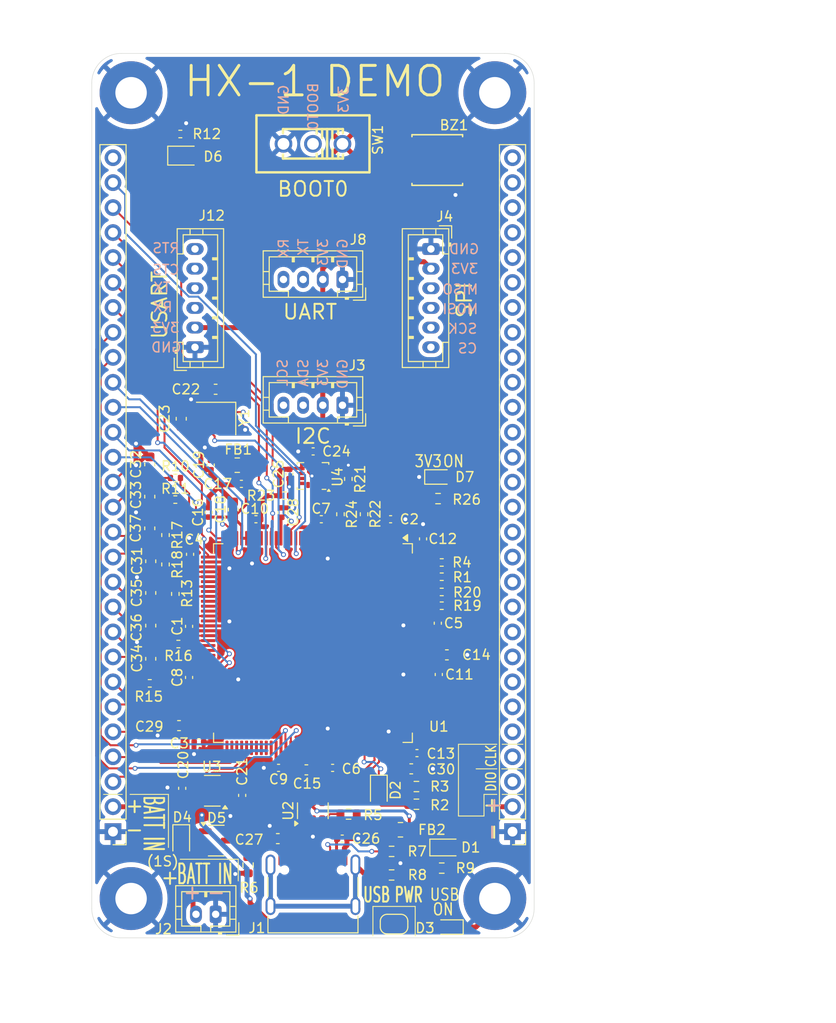
<source format=kicad_pcb>
(kicad_pcb (version 20240108) (generator "pcbnew") (generator_version "8.0")
  (layers (0 "F.Cu" signal) (31 "B.Cu" signal) (34 "B.Paste" user) (35 "F.Paste" user) (36 "B.SilkS" user "B.Silkscreen") (37 "F.SilkS" user "F.Silkscreen") (38 "B.Mask" user) (39 "F.Mask" user) (44 "Edge.Cuts" user))
  (net 0 "")
  (net 1 "+3.3V")
  (net 3 "GND")
  (net 21 "+3.3VA")
  (net 22 "+5V")
  (net 24 "/Communication and Debug/vbus_r_divider")
  (net 25 "USB_FS_D+")
  (net 26 "USB_FS_D-")
  (net 27 "RCC_OSC_IN")
  (net 28 "RCC_OSC_OUT")
  (net 31 "/Communication and Debug/CC1")
  (net 32 "/Communication and Debug/CC2")
  (net 33 "/Communication and Debug/USB_Shield")
  (net 34 "VBUS")
  (net 35 "/Communication and Debug/USB_LED")
  (net 37 "/MCU/NRST")
  (net 38 "/MCU/VCAP_2")
  (net 39 "/MCU/VCAP_1")
  (net 40 "/MCU/BOOT0")
  (net 41 "/MCU/SW_boot0")
  (net 42 "/MCU/PDR_enable")
  (net 43 "/MCU/TIM2_PWM_2")
  (net 44 "/MCU/ADC1_IN8")
  (net 46 "/MCU/DAC_2")
  (net 47 "/MCU/I2C_SDA")
  (net 48 "/MCU/GPIO_8")
  (net 49 "/MCU/DAC_1")
  (net 50 "/MCU/SPI4_MISO")
  (net 51 "/MCU/I2C_SCL")
  (net 53 "/MCU/USART2_TX")
  (net 55 "/MCU/USART2_RX")
  (net 56 "/MCU/TIM4_PWM_3")
  (net 58 "/MCU/DAC_1_OUT")
  (net 59 "/MCU/UART8_TX")
  (net 60 "/MCU/TIM2_PWM_4")
  (net 61 "/MCU/TIM4_PWM_4")
  (net 62 "/MCU/TIM1_PWM_3-")
  (net 63 "/MCU/TIM2_PWM_1")
  (net 64 "/MCU/TIM12_PWM_1")
  (net 66 "/MCU/TIM1_PWM_4")
  (net 68 "/MCU/TIM4_PWM_2")
  (net 69 "/MCU/TIM23_PWM_1")
  (net 70 "/MCU/TIM23_PWM_2")
  (net 71 "/MCU/DAC_2_OUT")
  (net 72 "/MCU/USART2_RTS")
  (net 73 "/MCU/DEBUG_TRIGIO")
  (net 74 "/MCU/ADC2_IN6")
  (net 75 "/MCU/TIM4_PWM_1")
  (net 77 "/MCU/TIM12_PWM_2")
  (net 78 "/MCU/SPI4_SCK")
  (net 80 "/MCU/FDCAN1_RX")
  (net 81 "/MCU/TIM1_PWM_1-")
  (net 82 "/MCU/ADC1_IN7")
  (net 84 "/MCU/UART8_RX")
  (net 85 "/MCU/TIM1_PWM_3+")
  (net 86 "/MCU/SPI4_MOSI")
  (net 88 "/MCU/FDCAN1_TX")
  (net 89 "/MCU/USART2_CTS")
  (net 90 "/MCU/ADC2_IN2")
  (net 91 "/MCU/TIM1_PWM_1+")
  (net 92 "/Communication and Debug/VBUS_bridge")
  (net 93 "vbus_source")
  (net 94 "/Communication and Debug/D_raw+")
  (net 95 "/Communication and Debug/D_raw-")
  (net 96 "/MCU/ADC2_IN6_OUT")
  (net 97 "/MCU/ADC2_IN2_OUT")
  (net 98 "/MCU/ADC1_IN8_OUT")
  (net 103 "/MCU/SPI4_CS")
  (net 105 "/MCU/ADC1_IN2_OUT")
  (net 106 "/MCU/ADC1_IN2")
  (net 108 "/MCU/ADC1_IN7_OUT")
  (net 111 "/Communication and Debug/LSM_SDO")
  (net 112 "I2C2_SCL")
  (net 113 "/Communication and Debug/LSM_CS")
  (net 114 "I2C2_SDA")
  (net 119 "/Power Clock IO/3V3_LED")
  (net 135 "/MCU/GPIO_7{slash}DAC_EXT")
  (net 136 "/MCU/GPIO_1")
  (net 137 "/MCU/GPIO_9")
  (net 138 "/MCU/GPIO_4")
  (net 139 "/MCU/GPIO_6")
  (net 140 "/MCU/GPIO_2")
  (net 141 "/MCU/GPIO_11")
  (net 142 "/MCU/GPIO_5")
  (net 144 "/MCU/GPIO_3")
  (net 145 "/MCU/GPIO_10")
  (net 146 "TIM23_BUZZ")
  (net 147 "/Communication and Debug/G_LED_anode")
  (net 148 "TIM23_LED")
  (net 149 "USB_VBUS_SENSE")
  (net 150 "V_BATT_RAW")
  (net 151 "/MCU/DEBUG_SWDIO")
  (net 152 "/MCU/DEBUG_SWCLK")
  (footprint "Capacitor_SMD:C_0402_1005Metric" (layer "F.Cu") (at 137.9 144.9 180)
    (property "Reference" "C3")
    (property "Value" "100nF")
  )
  (footprint "Resistor_SMD:R_0402_1005Metric" (layer "F.Cu") (at 146.61 119.8)
    (property "Reference" "R23")
    (property "Value" "10k")
  )
  (footprint "LED_SMD:LED_0603_1608Metric" (layer "F.Cu") (at 162.35 117.9)
    (property "Reference" "D7")
    (property "Value" "3V3_R_LED")
  )
  (footprint "Resistor_SMD:R_0603_1608Metric" (layer "F.Cu") (at 153.125 152.2)
    (property "Reference" "R5")
    (property "Value" "1k5")
  )
  (footprint "Resistor_SMD:R_0402_1005Metric" (layer "F.Cu") (at 135.5 129.8 90)
    (property "Reference" "R13")
    (property "Value" "100")
  )
  (footprint "Resistor_SMD:R_0603_1608Metric" (layer "F.Cu") (at 162.6 157.7)
    (property "Reference" "R9")
    (property "Value" "1k")
  )
  (footprint "Package_TO_SOT_SMD:SOT-23-3" (layer "F.Cu") (at 139.6625 154.9)
    (property "Reference" "D5")
    (property "Value" "PSM712-LF-T7")
  )
  (footprint "Resistor_SMD:R_0402_1005Metric" (layer "F.Cu") (at 152.3 121.69 90)
    (property "Reference" "R24")
    (property "Value" "4.7k")
  )
  (footprint "Resistor_SMD:R_0402_1005Metric" (layer "F.Cu") (at 134.5 126.8 90)
    (property "Reference" "R18")
    (property "Value" "100")
  )
  (footprint "Package_QFP:LQFP-144_20x20mm_P0.5mm" (layer "F.Cu") (at 149.5 134.8 -90)
    (property "Reference" "U1")
    (property "Value" "STM32H723ZGT6")
  )
  (footprint "Capacitor_SMD:C_0402_1005Metric" (layer "F.Cu") (at 136.9 138.3 90)
    (property "Reference" "C8")
    (property "Value" "100nF")
  )
  (footprint "Capacitor_SMD:C_0603_1608Metric" (layer "F.Cu") (at 132.9 116.625 90)
    (property "Reference" "C32")
    (property "Value" "1nF")
  )
  (footprint "Capacitor_SMD:C_0402_1005Metric" (layer "F.Cu") (at 136.2 149.58 -90)
    (property "Reference" "C20")
    (property "Value" "1uF")
  )
  (footprint "Capacitor_SMD:C_0402_1005Metric" (layer "F.Cu") (at 139.1 116.68 -90)
    (property "Reference" "C19")
    (property "Value" "1uF")
  )
  (footprint "Connector_PinHeader_2.54mm:PinHeader_1x28_P2.54mm_Vertical" (layer "F.Cu") (at 169.8 153.99 180)
    (property "Reference" "J9" (hide yes))
    (property "Value" "Conn_01x24")
  )
  (footprint "Resistor_SMD:R_0805_2012Metric" (layer "F.Cu") (at 158.4 153.8 180)
    (property "Reference" "FB2")
    (property "Value" "100R")
  )
  (footprint "Capacitor_SMD:C_0603_1608Metric" (layer "F.Cu") (at 133 136.4 90)
    (property "Reference" "C34")
    (property "Value" "1nF")
  )
  (footprint "Resistor_SMD:R_0603_1608Metric" (layer "F.Cu") (at 160.025 151.2 180)
    (property "Reference" "R2")
    (property "Value" "33k")
  )
  (footprint "Resistor_SMD:R_0402_1005Metric" (layer "F.Cu") (at 135.5 120.2 180)
    (property "Reference" "R11")
    (property "Value" "100")
  )
  (footprint "Capacitor_SMD:C_0402_1005Metric" (layer "F.Cu") (at 162.3 138 -90)
    (property "Reference" "C11")
    (property "Value" "100nF")
  )
  (footprint "Capacitor_SMD:C_0402_1005Metric" (layer "F.Cu") (at 138.9 121.5 90)
    (property "Reference" "C16")
    (property "Value" "1uF")
  )
  (footprint "Capacitor_SMD:C_0603_1608Metric" (layer "F.Cu") (at 139.6 108.975)
    (property "Reference" "C22")
    (property "Value" "10pF")
  )
  (footprint "MountingHole:MountingHole_3.2mm_M3_Pad" (layer "F.Cu") (at 131 160.8)
    (property "Reference" "H4" (hide yes))
    (property "Value" "MountingHole_Pad" (hide yes))
  )
  (footprint "Diode_SMD:D_SOD-323" (layer "F.Cu") (at 163 155.6)
    (property "Reference" "D1")
    (property "Value" "D_Schottky")
  )
  (footprint "Resistor_SMD:R_0402_1005Metric" (layer "F.Cu") (at 132.9 138.9 180)
    (property "Reference" "R15")
    (property "Value" "100")
  )
  (footprint "Diode_SMD:D_SOD-323" (layer "F.Cu") (at 156.2 149.85 -90)
    (property "Reference" "D2")
    (property "Value" "D_Schottky")
  )
  (footprint "Capacitor_SMD:C_0402_1005Metric" (layer "F.Cu") (at 146 147.5 180)
    (property "Reference" "C9")
    (property "Value" "100nF")
  )
  (footprint "Capacitor_SMD:C_0402_1005Metric" (layer "F.Cu") (at 160.7 124.2 90)
    (property "Reference" "C12")
    (property "Value" "100nF")
  )
  (footprint "Capacitor_SMD:C_0603_1608Metric" (layer "F.Cu") (at 132.9 123.125 90)
    (property "Reference" "C37")
    (property "Value" "1nF")
  )
  (footprint "Resistor_SMD:R_0402_1005Metric" (layer "F.Cu") (at 162.6 129.6)
    (property "Reference" "R20")
    (property "Value" "4.7k")
  )
  (footprint "Package_LGA:LGA-14_3x2.5mm_P0.5mm_LayoutBorder3x4y" (layer "F.Cu") (at 149.5 117.8 180)
    (property "Reference" "U4")
    (property "Value" "LSM6DS3")
  )
  (footprint "Resistor_SMD:R_0603_1608Metric" (layer "F.Cu") (at 157.5 158.4)
    (property "Reference" "R8")
    (property "Value" "0")
  )
  (footprint "Connector_JST:JST_PH_B6B-PH-K_1x06_P2.00mm_Vertical" (layer "F.Cu") (at 161.5 94.7 -90)
    (property "Reference" "J4")
    (property "Value" "SPI")
  )
  (footprint "Package_TO_SOT_SMD:SOT-23-6" (layer "F.Cu") (at 149.4875 151.8625 90)
    (property "Reference" "U2")
    (property "Value" "USBLC6-2SC6")
  )
  (footprint "MountingHole:MountingHole_3.2mm_M3_Pad" (layer "F.Cu") (at 168 160.8)
    (property "Reference" "H3" (hide yes))
    (property "Value" "MountingHole_Pad" (hide yes))
  )
  (footprint "Capacitor_SMD:C_0603_1608Metric" (layer "F.Cu") (at 159.5 147.6)
    (property "Reference" "C30")
    (property "Value" "2.2uF")
  )
  (footprint "Capacitor_SMD:C_0402_1005Metric" (layer "F.Cu") (at 152.48 154.7)
    (property "Reference" "C26")
    (property "Value" "100nF")
  )
  (footprint "Capacitor_SMD:C_0603_1608Metric" (layer "F.Cu") (at 133 133.025 -90)
    (property "Reference" "C36")
    (property "Value" "1nF")
  )
  (footprint "Capacitor_SMD:C_0603_1608Metric" (layer "F.Cu") (at 141.4 121.225 90)
    (property "Reference" "C18")
    (property "Value" "10nF")
  )
  (footprint "Resistor_SMD:R_0603_1608Metric" (layer "F.Cu") (at 142.9 157.4 90)
    (property "Reference" "R6")
    (property "Value" "5k1")
  )
  (footprint "Capacitor_SMD:C_0402_1005Metric" (layer "F.Cu") (at 142.3 150.3 90)
    (property "Reference" "C21")
    (property "Value" "1uF")
  )
  (footprint "Resistor_SMD:R_0402_1005Metric" (layer "F.Cu") (at 153.1 118.1 90)
    (property "Reference" "R21")
    (property "Value" "10k")
  )
  (footprint "Capacitor_SMD:C_0402_1005Metric" (layer "F.Cu") (at 137 125.77 90)
    (property "Reference" "C4")
    (property "Value" "100nF")
  )
  (footprint "Capacitor_SMD:C_0402_1005Metric" (layer "F.Cu") (at 142.22 118.6 180)
    (property "Reference" "C17")
    (property "Value" "100nF")
  )
  (footprint "Capacitor_SMD:C_0402_1005Metric" (layer "F.Cu") (at 146.3 121.52 90)
    (property "Reference" "C28")
    (property "Value" "100nF")
  )
  (footprint "Capacitor_SMD:C_0402_1005Metric" (layer "F.Cu") (at 157.4 122.2)
    (property "Reference" "C2")
    (property "Value" "100nF")
  )
  (footprint "Capacitor_SMD:C_0603_1608Metric" (layer "F.Cu") (at 148.83 147.7)
    (property "Reference" "C15")
    (property "Value" "1uF")
  )
  (footprint "Capacitor_SMD:C_0402_1005Metric" (layer "F.Cu") (at 151.5 147.5 180)
    (property "Reference" "C6")
    (property "Value" "100nF")
  )
  (footprint "Connector_PinHeader_2.54mm:PinHeader_1x28_P2.54mm_Vertical" (layer "F.Cu") (at 129.16 153.99 180)
    (property "Reference" "J10" (hide yes))
    (property "Value" "Conn_01x24")
  )
  (footprint "Capacitor_SMD:C_0603_1608Metric" (layer "F.Cu") (at 132.9 119.9 -90)
    (property "Reference" "C33")
    (property "Value" "1nF")
  )
  (footprint "Switch:SW-TH_G-SWITCH_SS-12F20-G070" (layer "F.Cu") (at 149.5 84)
    (property "Reference" "SW1")
    (property "Value" "BOOT0")
  )
  (footprint "Resistor_SMD:R_0402_1005Metric" (layer "F.Cu") (at 135.51 118 180)
    (property "Reference" "R10")
    (property "Value" "100")
  )
  (footprint "Jumper:SolderJumper-2_P1.3mm_Bridged_RoundedPad1.0x1.5mm" (layer "F.Cu") (at 157.75 163.4 180)
    (property "Reference" "JP1" (hide yes))
    (property "Value" "5V_USB_Solder_Bridge")
  )
  (footprint "Crystal:Crystal_SMD_3225-4Pin_3.2x2.5mm" (layer "F.Cu") (at 139.65 111.95 180)
    (property "Reference" "Y1")
    (property "Value" "16MHz")
  )
  (footprint "Package_TO_SOT_SMD:SOT-23-3" (layer "F.Cu") (at 139.2625 149.83 180)
    (property "Reference" "U3")
    (property "Value" "XC6206P332MR-G")
  )
  (footprint "Diode_SMD:D_SOD-323" (layer "F.Cu") (at 136.1 154.9 -90)
    (property "Reference" "D4")
    (property "Value" "D_Schottky")
  )
  (footprint "Resistor_SMD:R_0805_2012Metric" (layer "F.Cu") (at 141.8 116.7 180)
    (property "Reference" "FB1")
    (property "Value" "100R")
  )
  (footprint "Capacitor_SMD:C_0603_1608Metric" (layer "F.Cu") (at 145.925 154.7 180)
    (property "Reference" "C27")
    (property "Value" "10uF")
  )
  (footprint "LED_SMD:LED_0603_1608Metric" (layer "F.Cu") (at 163.3 163.7 180)
    (property "Reference" "D3")
    (property "Value" "USB_R_LED")
  )
  (footprint "Connector_JST:JST_PH_B4B-PH-K_1x04_P2.00mm_Vertical" (layer "F.Cu") (at 152.5 110.6 180)
    (property "Reference" "J3")
    (property "Value" "I2C")
  )
  (footprint "Connector_JST:JST_PH_B2B-PH-K_1x02_P2.00mm_Vertical" (layer "F.Cu") (at 139.6 162.4 180)
    (property "Reference" "J2")
    (property "Value" "Conn_01x02_Socket" (hide yes))
  )
  (footprint "Resistor_SMD:R_0402_1005Metric" (layer "F.Cu") (at 162.6 128.05)
    (property "Reference" "R1")
    (property "Value" "10k")
  )
  (footprint "Capacitor_SMD:C_0402_1005Metric" (layer "F.Cu") (at 150.35 122.2)
    (property "Reference" "C7")
    (property "Value" "100nF")
  )
  (footprint "MountingHole:MountingHole_3.2mm_M3_Pad" (layer "F.Cu") (at 168 78.8)
    (property "Reference" "H1" (hide yes))
    (property "Value" "MountingHole_Pad" (hide yes))
  )
  (footprint "Capacitor_SMD:C_0603_1608Metric" (layer "F.Cu") (at 135.875 143.2 180)
    (property "Reference" "C29")
    (property "Value" "2.2uF")
  )
  (footprint "Capacitor_SMD:C_0603_1608Metric" (layer "F.Cu") (at 163.125 136)
    (property "Reference" "C14")
    (property "Value" "10uF")
  )
  (footprint "Resistor_SMD:R_0402_1005Metric" (layer "F.Cu") (at 136.01 83 180)
    (property "Reference" "R12")
    (property "Value" "100")
  )
  (footprint "Resistor_SMD:R_0402_1005Metric" (layer "F.Cu") (at 134.5 123.81 90)
    (property "Reference" "R17")
    (property "Value" "100")
  )
  (footprint "Capacitor_SMD:C_0402_1005Metric" (layer "F.Cu") (at 149.52 115.3)
    (property "Reference" "C24")
    (property "Value" "100nF")
  )
  (footprint "Capacitor_SMD:C_0603_1608Metric" (layer "F.Cu") (at 136.1 111.975 90)
    (property "Reference" "C23")
    (property "Value" "10pF")
  )
  (footprint "Resistor_SMD:R_0603_1608Metric" (layer "F.Cu") (at 162.225 120.1 180)
    (property "Reference" "R26")
    (property "Value" "1k")
  )
  (footprint "MountingHole:MountingHole_3.2mm_M3_Pad" (layer "F.Cu") (at 131 78.8)
    (property "Reference" "H2" (hide yes))
    (property "Value" "MountingHole_Pad" (hide yes))
  )
  (footprint "Resistor_SMD:R_0603_1608Metric" (layer "F.Cu") (at 160.025 149.4)
    (property "Reference" "R3")
    (property "Value" "82k")
  )
  (footprint "Buzzer:YUEXIN YX-SMD5020" (layer "F.Cu") (at 161.947 79.65)
    (property "Reference" "BZ1")
    (property "Value" "Buzzer")
  )
  (footprint "Resistor_SMD:R_0402_1005Metric" (layer "F.Cu") (at 162.6 131)
    (property "Reference" "R19")
    (property "Value" "4.7k")
  )
  (footprint "Capacitor_SMD:C_0603_1608Metric" (layer "F.Cu") (at 133 126.475 -90)
    (property "Reference" "C31")
    (property "Value" "1nF")
  )
  (footprint "Resistor_SMD:R_0603_1608Metric" (layer "F.Cu") (at 157.5 156 180)
    (property "Reference" "R7")
    (property "Value" "5k1")
  )
  (footprint "Capacitor_SMD:C_0603_1608Metric" (layer "F.Cu") (at 133 129.7 90)
    (property "Reference" "C35")
    (property "Value" "1nF")
  )
  (footprint "Resistor_SMD:R_0402_1005Metric" (layer "F.Cu") (at 154.7 121.69 90)
    (property "Reference" "R22")
    (property "Value" "4.7k")
  )
  (footprint "Resistor_SMD:R_0402_1005Metric" (layer "F.Cu") (at 135.81 134.9 180)
    (property "Reference" "R16")
    (property "Value" "100")
  )
  (footprint "Capacitor_SMD:C_0402_1005Metric" (layer "F.Cu") (at 147.1 117.6 -90)
    (property "Reference" "C25")
    (property "Value" "100nF")
  )
  (footprint "Resistor_SMD:R_0402_1005Metric" (layer "F.Cu") (at 162.6 126.6 180)
    (property "Reference" "R4")
    (property "Value" "10k")
  )
  (footprint "Capacitor_SMD:C_0402_1005Metric" (layer "F.Cu") (at 136.9 133.1 90)
    (property "Reference" "C1")
    (property "Value" "100nF")
  )
  (footprint "Connector_USB:USB_C_Receptacle_G-Switch_GT-USB-7010ASV" (layer "F.Cu") (at 149.5 160.5)
    (property "Reference" "J1")
    (property "Value" "USB_C_Receptacle_USB2.0_16P")
  )
  (footprint "LED_SMD:LED_0805_2012Metric" (layer "F.Cu") (at 136.4125 85.2)
    (property "Reference" "D6")
    (property "Value" "LED")
  )
  (footprint "Capacitor_SMD:C_0402_1005Metric" (layer "F.Cu") (at 162.2 132.78 -90)
    (property "Reference" "C5")
    (property "Value" "100nF")
  )
  (footprint "Capacitor_SMD:C_0402_1005Metric" (layer "F.Cu") (at 160.08 146)
    (property "Reference" "C13")
    (property "Value" "100nF")
  )
  (footprint "Capacitor_SMD:C_0402_1005Metric" (layer "F.Cu") (at 143.7 122.2 180)
    (property "Reference" "C10")
    (property "Value" "100nF")
  )
  (footprint "Connector_JST:JST_PH_B4B-PH-K_1x04_P2.00mm_Vertical" (layer "F.Cu") (at 152.5 97.8 180)
    (property "Reference" "J8")
    (property "Value" "UART")
  )
  (footprint "Connector_JST:JST_PH_B6B-PH-K_1x06_P2.00mm_Vertical" (layer "F.Cu") (at 137.5 104.7 90)
    (property "Reference" "J12")
    (property "Value" "USART")
  )
  (gr_line (start 166.9 152.4) (end 166.9 150.2) (stroke (width 0.1)) (layer "F.SilkS"))
  (gr_line (start 159.9 164.6) (end 159.9 161.6) (stroke (width 0.1)) (layer "F.SilkS"))
  (gr_line (start 134.8 150.2) (end 130.9 150.2) (stroke (width 0.1)) (layer "F.SilkS"))
  (gr_line (start 164.3 152.4) (end 166.9 152.4) (stroke (width 0.1)) (layer "F.SilkS"))
  (gr_line (start 141.9 156.8) (end 136 156.8) (stroke (width 0.1)) (layer "F.SilkS"))
  (gr_line (start 155.6 161.6) (end 159.9 161.6) (stroke (width 0.1)) (layer "F.SilkS"))
  (gr_line (start 141.9 156.8) (end 141.9 159) (stroke (width 0.1)) (layer "F.SilkS"))
  (gr_line (start 168.75 145.1) (end 170.85 145.1) (stroke (width 0.1)) (layer "F.SilkS"))
  (gr_line (start 168.7 147.6) (end 170.8 147.6) (stroke (width 0.1)) (layer "F.SilkS"))
  (gr_line (start 166.1 147.6) (end 168.2 147.6) (stroke (width 0.1)) (layer "F.SilkS"))
  (gr_line (start 164.3 145.1) (end 168.2 145.1) (stroke (width 0.1)) (layer "F.SilkS"))
  (gr_line (start 164.3 145.1) (end 164.3 152.4) (stroke (width 0.1)) (layer "F.SilkS"))
  (gr_line (start 130.1 150.2) (end 128.2 150.2) (stroke (width 0.1)) (layer "F.SilkS"))
  (gr_line (start 134.8 150.2) (end 134.8 155.6) (stroke (width 0.1)) (layer "F.SilkS"))
  (gr_line (start 168.75 150.2) (end 170.85 150.2) (stroke (width 0.1)) (layer "F.SilkS"))
  (gr_line (start 166.9 150.2) (end 168.2 150.2) (stroke (width 0.1)) (layer "F.SilkS"))
  (gr_line (start 155.6 164.6) (end 155.6 161.6) (stroke (width 0.1)) (layer "F.SilkS"))
  (gr_line (start 172 77.8) (end 172 161.8) (stroke (width 0.05)) (layer "Edge.Cuts"))
  (gr_line (start 130 74.8) (end 169 74.8) (stroke (width 0.05)) (layer "Edge.Cuts"))
  (gr_arc (start 127 77.8) (mid 127.87868 75.67868) (end 130 74.8) (stroke (width 0.05)) (layer "Edge.Cuts"))
  (gr_arc (start 130 164.8) (mid 127.87868 163.92132) (end 127 161.8) (stroke (width 0.05)) (layer "Edge.Cuts"))
  (gr_arc (start 172 161.8) (mid 171.12132 163.92132) (end 169 164.8) (stroke (width 0.05)) (layer "Edge.Cuts"))
  (gr_arc (start 169 74.8) (mid 171.12132 75.67868) (end 172 77.8) (stroke (width 0.05)) (layer "Edge.Cuts"))
  (gr_line (start 127 161.8) (end 127 77.8) (stroke (width 0.05)) (layer "Edge.Cuts"))
  (gr_line (start 169 164.8) (end 130 164.8) (stroke (width 0.05)) (layer "Edge.Cuts"))
  (gr_text "CTS" (at 136 97.4 0) (layer "B.SilkS") (effects (font (size 1 1)) (justify left bottom mirror)))
  (gr_text "RX" (at 147.1 93.55 90) (layer "B.SilkS") (effects (font (size 1 1)) (justify left bottom mirror)))
  (gr_text "SDA" (at 149.1 105.8 90) (layer "B.SilkS") (effects (font (size 1 1)) (justify left bottom mirror)))
  (gr_text "MISO" (at 166.4 99.4 0) (layer "B.SilkS") (effects (font (size 1 1)) (justify left bottom mirror)))
  (gr_text "BOOT0" (at 150.1 77.7 90) (layer "B.SilkS") (effects (font (size 1 1)) (justify left bottom mirror)))
  (gr_text "GND" (at 166.5 95.3 0) (layer "B.SilkS") (effects (font (size 1 1)) (justify left bottom mirror)))
  (gr_text "RX" (at 135.3 101.2 0) (layer "B.SilkS") (effects (font (size 1 1)) (justify left bottom mirror)))
  (gr_text "-" (at 166.957 155.1 -90) (layer "B.SilkS") (effects (font (size 1.5 1.5) (thickness 0.2)) (justify left bottom mirror)))
  (gr_text "3V3" (at 153.2 78 90) (layer "B.SilkS") (effects (font (size 1 1)) (justify left bottom mirror)))
  (gr_text "TX" (at 149.1 93.55 90) (layer "B.SilkS") (effects (font (size 1 1)) (justify left bottom mirror)))
  (gr_text "3V3\n" (at 166.4 97.3 0) (layer "B.SilkS") (effects (font (size 1 1)) (justify left bottom mirror)))
  (gr_text "3V3" (at 136 103.3 0) (layer "B.SilkS") (effects (font (size 1 1)) (justify left bottom mirror)))
  (gr_text "GND" (at 153.1 105.8 90) (layer "B.SilkS") (effects (font (size 1 1)) (justify left bottom mirror)))
  (gr_text "GND" (at 147.1 77.9 90) (layer "B.SilkS") (effects (font (size 1 1)) (justify left bottom mirror)))
  (gr_text "CS" (at 166.3 105.4 0) (layer "B.SilkS") (effects (font (size 1 1)) (justify left bottom mirror)))
  (gr_text "-" (at 138.6 159.49 180) (layer "B.SilkS") (effects (font (size 1.5 1.5) (thickness 0.2)) (justify left bottom mirror)))
  (gr_text "SCL" (at 147 105.8 90) (layer "B.SilkS") (effects (font (size 1 1)) (justify left bottom mirror)))
  (gr_text "GND" (at 136.2 105.3 0) (layer "B.SilkS") (effects (font (size 1 1)) (justify left bottom mirror)))
  (gr_text "+" (at 169.007 152.1 -0) (layer "B.SilkS") (effects (font (size 1.5 1.5) (thickness 0.2)) (justify left bottom mirror)))
  (gr_text "+" (at 138 159.19 90) (layer "B.SilkS") (effects (font (size 1.5 1.5) (thickness 0.2)) (justify left bottom mirror)))
  (gr_text "RTS" (at 135.995 95.2 0) (layer "B.SilkS") (effects (font (size 1 1)) (justify left bottom mirror)))
  (gr_text "MOSI" (at 166.4 101.4 0) (layer "B.SilkS") (effects (font (size 1 1)) (justify left bottom mirror)))
  (gr_text "GND" (at 153.1 93.55 90) (layer "B.SilkS") (effects (font (size 1 1)) (justify left bottom mirror)))
  (gr_text "3V3" (at 151.1 105.8 90) (layer "B.SilkS") (effects (font (size 1 1)) (justify left bottom mirror)))
  (gr_text "SCK" (at 166.3 103.4 0) (layer "B.SilkS") (effects (font (size 1 1)) (justify left bottom mirror)))
  (gr_text "3V3" (at 151.1 93.55 90) (layer "B.SilkS") (effects (font (size 1 1)) (justify left bottom mirror)))
  (gr_text "TX" (at 135.1 99.2 0) (layer "B.SilkS") (effects (font (size 1 1)) (justify left bottom mirror)))
  (gr_text "USB" (at 154.5 161.3 0) (layer "F.SilkS") (effects (font (size 1.5 0.9) (thickness 0.2) (bold yes)) (justify left bottom)))
  (gr_text "DIO" (at 168.2 150 90) (layer "F.SilkS") (effects (font (size 1 0.8)) (justify left bottom)))
  (gr_text "+" (at 133.9 159.5 0) (layer "F.SilkS") (effects (font (size 1.5 1.5) (thickness 0.2)) (justify left bottom)))
  (gr_text "DEMO" (at 150.5 79.4 0) (layer "F.SilkS") (effects (font (size 3 3) (thickness 0.3)) (justify left bottom)))
  (gr_text "ON" (at 161.6 162.6 0) (layer "F.SilkS") (effects (font (size 1.2 1)) (justify left bottom)))
  (gr_text "HX-1" (at 136.2 79.4 0) (layer "F.SilkS") (effects (font (size 3 3) (thickness 0.3)) (justify left bottom)))
  (gr_text "BATT IN" (at 135.54 159.49 0) (layer "F.SilkS") (effects (font (size 2 1) (thickness 0.2) (bold yes)) (justify left bottom)))
  (gr_text "+" (at 166.65 152.1 0) (layer "F.SilkS") (effects (font (size 1.5 1.5) (thickness 0.2)) (justify left bottom)))
  (gr_text "CLK" (at 168.2 147.5 90) (layer "F.SilkS") (effects (font (size 1 0.8)) (justify left bottom)))
  (gr_text "-" (at 132.4 153.1 180) (layer "F.SilkS") (effects (font (size 1.5 1.5) (thickness 0.2)) (justify left bottom)))
  (gr_text "-" (at 168.7 155.1 90) (layer "F.SilkS") (effects (font (size 1.5 1.5) (thickness 0.2)) (justify left bottom)))
  (gr_text "(1S)" (at 132.5 157.6 0) (layer "F.SilkS") (effects (font (size 1 1)) (justify left bottom)))
  (gr_text "ON" (at 162.65 117 0) (layer "F.SilkS") (effects (font (size 1.2 1)) (justify left bottom)))
  (gr_text "PWR" (at 157.7 161.3 0) (layer "F.SilkS") (effects (font (size 1.5 0.9) (thickness 0.2) (bold yes)) (justify left bottom)))
  (gr_text "USB" (at 161.3 161.1 0) (layer "F.SilkS") (effects (font (size 1.2 1)) (justify left bottom)))
  (gr_text "+" (at 130.3 152.2 0) (layer "F.SilkS") (effects (font (size 1.5 1.5) (thickness 0.2)) (justify left bottom)))
  (gr_text "BATT IN" (at 132.1 150.2 270) (layer "F.SilkS") (effects (font (size 2 1) (thickness 0.2) (bold yes)) (justify left bottom)))
  (gr_text "3V3" (at 159.75 117 0) (layer "F.SilkS") (effects (font (size 1.2 1)) (justify left bottom)))
  (segment (start 150 116.1) (end 148.5 116.1) (width 0.3) (layer "F.Cu") (net 1))
  (segment (start 163.11 129.6) (end 163.11 131) (width 0.5) (layer "F.Cu") (net 1))
  (segment (start 162.8 145.5) (end 162 144.7) (width 0.5) (layer "F.Cu") (net 1))
  (segment (start 144.18 122.86688) (end 143.75 123.29688) (width 0.3) (layer "F.Cu") (net 1))
  (segment (start 161.00312 132.55) (end 161.25312 132.3) (width 0.3) (layer "F.Cu") (net 1))
  (segment (start 162.3 136.05) (end 162.35 136) (width 0.5) (layer "F.Cu") (net 1))
  (segment (start 149.87 121.59) (end 150.28 121.18) (width 0.5) (layer "F.Cu") (net 1))
  (segment (start 169.8 151.46) (end 165.06 151.46) (width 0.5) (layer "F.Cu") (net 1))
  (segment (start 162.68 124.68) (end 160.7 124.68) (width 0.5) (layer "F.Cu") (net 1))
  (segment (start 162.3 137.52) (end 162.27 137.55) (width 0.3) (layer "F.Cu") (net 1))
  (segment (start 146.1 119.8) (end 146.1 117.3) (width 0.5) (layer "F.Cu") (net 1))
  (segment (start 137.5 102.7) (end 147.5 102.7) (width 0.5) (layer "F.Cu") (net 1))
  (segment (start 160.7 125.5125) (end 160.1625 126.05) (width 0.3) (layer "F.Cu") (net 1))
  (segment (start 160.1625 126.05) (end 156.25 126.05) (width 0.3) (layer "F.Cu") (net 1))
  (segment (start 150.25 123.29688) (end 150.25 124.1375) (width 0.3) (layer "F.Cu") (net 1))
  (segment (start 136.9 133.58) (end 136.93 133.55) (width 0.3) (layer "F.Cu") (net 1))
  (segment (start 162 144.7) (end 160 144.7) (width 0.5) (layer "F.Cu") (net 1))
  (segment (start 148.5 116.1) (end 148.3375 116.2625) (width 0.3) (layer "F.Cu") (net 1))
  (segment (start 136.9 138.78) (end 137.13 138.55) (width 0.3) (layer "F.Cu") (net 1))
  (segment (start 140.8875 116.7) (end 140.3875 116.2) (width 0.3) (layer "F.Cu") (net 1))
  (segment (start 156.92 122.2) (end 156.92 121.82) (width 0.5) (layer "F.Cu") (net 1))
  (segment (start 156.28 121.18) (end 154.7 121.18) (width 0.5) (layer "F.Cu") (net 1))
  (segment (start 144.18 122.2) (end 144.18 122.86688) (width 0.3) (layer "F.Cu") (net 1))
  (segment (start 162.8 132.3) (end 163.11 131.99) (width 0.5) (layer "F.Cu") (net 1))
  (segment (start 157.36 120.1) (end 156.28 121.18) (width 0.5) (layer "F.Cu") (net 1))
  (segment (start 146.1 117.3) (end 146.28 117.12) (width 0.5) (layer "F.Cu") (net 1))
  (segment (start 137.13 138.55) (end 138.8375 138.55) (width 0.3) (layer "F.Cu") (net 1))
  (segment (start 139.789339 138.55) (end 138.8375 138.55) (width 0.3) (layer "F.Cu") (net 1))
  (segment (start 160.8 96) (end 161.5 96.7) (width 0.5) (layer "F.Cu") (net 1))
  (segment (start 151.2 96) (end 160.8 96) (width 0.5) (layer "F.Cu") (net 1))
  (segment (start 162.8 149.2) (end 162.8 145.5) (width 0.5) (layer "F.Cu") (net 1))
  (segment (start 150.28 121.18) (end 152.3 121.18) (width 0.5) (layer "F.Cu") (net 1))
  (segment (start 162.2 132.3) (end 162.8 132.3) (width 0.5) (layer "F.Cu") (net 1))
  (segment (start 159.6 145.1) (end 159.6 146) (width 0.5) (layer "F.Cu") (net 1))
  (segment (start 155.75 125.55) (end 155.75 124.1375) (width 0.3) (layer "F.Cu") (net 1))
  (segment (start 162.27 137.55) (end 160.1625 137.55) (width 0.3) (layer "F.Cu") (net 1))
  (segment (start 147.195 117.025) (end 147.1 117.12) (width 0.3) (layer "F.Cu") (net 1))
  (segment (start 162.3 137.52) (end 162.3 136.05) (width 0.5) (layer "F.Cu") (net 1))
  (segment (start 156.92 122.2) (end 156.2 122.2) (width 0.3) (layer "F.Cu") (net 1))
  (segment (start 150.5 97.8) (end 150.5 96.7) (width 0.5) (layer "F.Cu") (net 1))
  (segment (start 163.11 126.6) (end 163.11 125.11) (width 0.5) (layer "F.Cu") (net 1))
  (segment (start 150.5 96.7) (end 151.2 96) (width 0.5) (layer "F.Cu") (net 1))
  (segment (start 146.28 117.12) (end 147.1 117.12) (width 0.5) (layer "F.Cu") (net 1))
  (segment (start 159.6 146) (end 158.7875 146) (width 0.3) (layer "F.Cu") (net 1))
  (segment (start 148.3375 117.025) (end 147.195 117.025) (width 0.3) (layer "F.Cu") (net 1))
  (segment (start 149.87 122.2) (end 149.87 121.59) (width 0.5) (layer "F.Cu") (net 1))
  (segment (start 165.06 151.46) (end 162.8 149.2) (width 0.5) (layer "F.Cu") (net 1))
  (segment (start 163.11 125.11) (end 162.68 124.68) (width 0.5) (layer "F.Cu") (net 1))
  (segment (start 156.25 126.05) (end 155.75 125.55) (width 0.3) (layer "F.Cu") (net 1))
  (segment (start 149.87 122.91688) (end 150.25 123.29688) (width 0.3) (layer "F.Cu") (net 1))
  (segment (start 160 144.7) (end 159.6 145.1) (width 0.5) (layer "F.Cu") (net 1))
  (segment (start 138.38 144.9) (end 138.38 144.0075) (width 0.3) (layer "F.Cu") (net 1))
  (segment (start 150 116.1) (end 150 115.3) (width 0.5) (layer "F.Cu") (net 1))
  (segment (start 140.3875 116.2) (end 139.1 116.2) (width 0.3) (layer "F.Cu") (net 1))
  (segment (start 144.9 119.8) (end 146.1 119.8) (width 0.5) (layer "F.Cu") (net 1))
  (segment (start 147.5 102.7) (end 150.5 105.7) (width 0.5) (layer "F.Cu") (net 1))
  (segment (start 160.7 124.68) (end 160.7 125.5125) (width 0.3) (layer "F.Cu") (net 1))
  (segment (start 150.5 105.7) (end 150.5 110.6) (width 0.5) (layer "F.Cu") (net 1))
  (segment (start 154.7 121.18) (end 152.3 121.18) (width 0.5) (layer "F.Cu") (net 1))
  (segment (start 156.92 121.82) (end 156.28 121.18) (width 0.5) (layer "F.Cu") (net 1))
  (segment (start 160.1625 132.55) (end 161.00312 132.55) (width 0.3) (layer "F.Cu") (net 1))
  (segment (start 148.475 117.025) (end 148.225 117.025) (width 0.3) (layer "F.Cu") (net 1))
  (segment (start 158.7875 146) (end 158.25 145.4625) (width 0.3) (layer "F.Cu") (net 1))
  (segment (start 150 116.8875) (end 150 116.1) (width 0.2) (layer "F.Cu") (net 1))
  (segment (start 144.18 120.52) (end 144.9 119.8) (width 0.5) (layer "F.Cu") (net 1))
  (segment (start 149.87 122.2) (end 149.87 122.91688) (width 0.3) (layer "F.Cu") (net 1))
  (segment (start 163.11 131.99) (end 163.11 131) (width 0.5) (layer "F.Cu") (net 1))
  (segment (start 148.3375 116.2625) (end 148.3375 117.025) (width 0.3) (layer "F.Cu") (net 1))
  (segment (start 144.18 122.2) (end 144.18 120.52) (width 0.5) (layer "F.Cu") (net 1))
  (segment (start 136.93 133.55) (end 138.8375 133.55) (width 0.3) (layer "F.Cu") (net 1))
  (segment (start 143.75 123.29688) (end 143.75 124.1375) (width 0.3) (layer "F.Cu") (net 1))
  (segment (start 138.38 144.0075) (end 138.8375 143.55) (width 0.3) (layer "F.Cu") (net 1))
  (segment (start 161.4 120.1) (end 157.36 120.1) (width 0.5) (layer "F.Cu") (net 1))
  (segment (start 156.2 122.2) (end 155.75 122.65) (width 0.3) (layer "F.Cu") (net 1))
  (segment (start 161.25312 132.3) (end 162.2 132.3) (width 0.3) (layer "F.Cu") (net 1))
  (segment (start 155.75 122.65) (end 155.75 124.1375) (width 0.3) (layer "F.Cu") (net 1))
  (segment (start 164 89.2) (end 164 87.494) (width 0.5) (layer "F.Cu") (net 3))
  (segment (start 166.08 163.7) (end 168.48 161.3) (width 0.5) (layer "F.Cu") (net 3))
  (segment (start 146.3 156.775) (end 146.3 155.85) (width 0.5) (layer "F.Cu") (net 3))
  (segment (start 132.125 121.5) (end 132.9 120.725) (width 0.5) (layer "F.Cu") (net 3))
  (segment (start 162.18 133.26) (end 162 133.08) (width 0.3) (layer "F.Cu") (net 3))
  (segment (start 143.25 122.23) (end 143.25 124.1375) (width 0.3) (layer "F.Cu") (net 3))
  (segment (start 151 143.5) (end 151.25 143.75) (width 0.3) (layer "F.Cu") (net 3))
  (segment (start 136.52 83) (end 136.52 81.98) (width 0.5) (layer "F.Cu") (net 3))
  (segment (start 162.2 133.26) (end 162.18 133.26) (width 0.3) (layer "F.Cu") (net 3))
  (segment (start 138.1 115.3) (end 138.1 116.7) (width 0.5) (layer "F.Cu") (net 3))
  (segment (start 137.4 144.92) (end 137.42 144.9) (width 0.5) (layer "F.Cu") (net 3))
  (segment (start 136.1 111) (end 137.1 110) (width 0.5) (layer "F.Cu") (net 3))
  (segment (start 140.35 126.55) (end 138.8375 126.55) (width 0.3) (layer "F.Cu") (net 3))
  (segment (start 136.9 137.82) (end 137.13 138.05) (width 0.3) (layer "F.Cu") (net 3))
  (segment (start 132.1 134.7) (end 133 133.8) (width 0.5) (layer "F.Cu") (net 3))
  (segment (start 132.35 115.85) (end 131.5 116.7) (width 0.5) (layer "F.Cu") (net 3))
  (segment (start 132.15 128.1) (end 132.15 127.95) (width 0.5) (layer "F.Cu") (net 3))
  (segment (start 164.0875 163.7) (end 166.08 163.7) (width 0.5) (layer "F.Cu") (net 3))
  (segment (start 154.1 154.7) (end 152.96 154.7) (width 0.5) (layer "F.Cu") (net 3))
  (segment (start 151.25 143.75) (end 151.25 145.4625) (width 0.3) (layer "F.Cu") (net 3))
  (segment (start 162.253154 138.48) (end 162.3 138.48) (width 0.3) (layer "F.Cu") (net 3))
  (segment (start 142.3 112.8) (end 142.6 113.1) (width 0.5) (layer "F.Cu") (net 3))
  (segment (start 158.9 122.2) (end 157.88 122.2) (width 0.5) (layer "F.Cu") (net 3))
  (segment (start 132.15 127.95) (end 132.85 127.25) (width 0.5) (layer "F.Cu") (net 3))
  (segment (start 138.1 116.7) (end 138.56 117.16) (width 0.5) (layer "F.Cu") (net 3))
  (segment (start 161.823154 138.05) (end 162.253154 138.48) (width 0.3) (layer "F.Cu") (net 3))
  (segment (start 152.7 155.655) (end 152.96 155.395) (width 0.5) (layer "F.Cu") (net 3))
  (segment (start 132.9 115.9) (end 132.9 115.95) (width 0.5) (layer "F.Cu") (net 3))
  (segment (start 134.7 149.5) (end 135.1 149.1) (width 0.5) (layer "F.Cu") (net 3))
  (segment (start 132.9 120.725) (end 132.9 122.35) (width 0.5) (layer "F.Cu") (net 3))
  (segment (start 132.525 135.625) (end 131.6 134.7) (width 0.5) (layer "F.Cu") (net 3))
  (segment (start 161.99 133.05) (end 162.2 133.26) (width 0.3) (layer "F.Cu") (net 3))
  (segment (start 149.805 147.5) (end 149.605 147.7) (width 0.5) (layer "F.Cu") (net 3))
  (segment (start 140.1 118.7) (end 140.1 119.15) (width 0.5) (layer "F.Cu") (net 3))
  (segment (start 141.675 158.225) (end 141.6 158.3) (width 0.5) (layer "F.Cu") (net 3))
  (segment (start 136.52 81.98) (end 136.6 81.9) (width 0.5) (layer "F.Cu") (net 3))
  (segment (start 158.75 133.05) (end 158.7 133) (width 0.3) (layer "F.Cu") (net 3))
  (segment (start 149.9 117.8) (end 149.4 117.8) (width 0.5) (layer "F.Cu") (net 3))
  (segment (start 160.1625 133.05) (end 161.99 133.05) (width 0.3) (layer "F.Cu") (net 3))
  (segment (start 160.56 147.315) (end 160.56 146) (width 0.5) (layer "F.Cu") (net 3))
  (segment (start 132.425 128.925) (end 131.6 128.1) (width 0.5) (layer "F.Cu") (net 3))
  (segment (start 141 127.2) (end 140.35 126.55) (width 0.3) (layer "F.Cu") (net 3))
  (segment (start 158.4 156.075) (end 158.325 156) (width 0.5) (layer "F.Cu") (net 3))
  (segment (start 150.83 122.2) (end 150.75 122.28) (width 0.3) (layer "F.Cu") (net 3))
  (segment (start 141.1 151.48) (end 140.4 150.78) (width 0.5) (layer "F.Cu") (net 3))
  (segment (start 142.9 158.225) (end 141.675 158.225) (width 0.5) (layer "F.Cu") (net 3))
  (segment (start 150.6625 117.55) (end 150.15 117.55) (width 0.2) (layer "F.Cu") (net 3))
  (segment (start 161.5625 117.9) (end 160.3 117.9) (width 0.5) (layer "F.Cu") (net 3))
  (segment (start 137.4 146.1) (end 137.4 144.92) (width 0.5) (layer "F.Cu") (net 3))
  (segment (start 138.825 108.975) (end 138.125 108.975) (width 0.5) (layer "F.Cu") (net 3))
  (segment (start 132.9 115.85) (end 132.35 115.85) (width 0.5) (layer "F.Cu") (net 3))
  (segment (start 145.52 147.5) (end 144.5 147.5) (width 0.5) (layer "F.Cu") (net 3))
  (segment (start 160.275 147.6) (end 160.56 147.315) (width 0.5) (layer "F.Cu") (net 3))
  (segment (start 140.8 152.7) (end 140.8 154.9) (width 0.5) (layer "F.Cu") (net 3))
  (segment (start 131.5 116.7) (end 131.5 114.5) (width 0.5) (layer "F.Cu") (net 3))
  (segment (start 165.2 136) (end 163.9 136) (width 0.5) (layer "F.Cu") (net 3))
  (segment (start 133.7 144.2) (end 134.1 144.2) (width 0.5) (layer "F.Cu") (net 3))
  (segment (start 131.9 134.7) (end 133 134.7) (width 0.5) (layer "F.Cu") (net 3))
  (segment (start 142.3 150.78) (end 140.4 150.78) (width 0.5) (layer "F.Cu") (net 3))
  (segment (start 137.56688 132.62) (end 137.99688 133.05) (width 0.3) (layer "F.Cu") (net 3))
  (segment (start 133 128.925) (end 133 127.25) (width 0.5) (layer "F.Cu") (net 3))
  (segment (start 151.02 147.5) (end 149.805 147.5) (width 0.5) (layer "F.Cu") (net 3))
  (segment (start 152.96 155.395) (end 152.96 154.7) (width 0.5) (layer "F.Cu") (net 3))
  (segment (start 138.9 119.9) (end 138.9 121.02) (width 0.5) (layer "F.Cu") (net 3))
  (segment (start 136.9 124.1) (end 137 124.2) (width 0.5) (layer "F.Cu") (net 3))
  (segment (start 133 135.625) (end 133 133.8) (width 0.5) (layer "F.Cu") (net 3))
  (segment (start 138.5 114.9) (end 138.1 115.3) (width 0.5) (layer "F.Cu") (net 3))
  (segment (start 152.7 155.655) (end 152.7 156.775) (width 0.5) (layer "F.Cu") (net 3))
  (segment (start 140.1 118.7) (end 139.1 117.7) (width 0.5) (layer "F.Cu") (net 3))
  (segment (start 132.35 122.35) (end 131.5 121.5) (width 0.5) (layer "F.Cu") (net 3))
  (segment (start 150.75 125.95) (end 150.75 124.1375) (width 0.3) (layer "F.Cu") (net 3))
  (segment (start 150.6625 118.05) (end 150.15 118.05) (width 0.2) (layer "F.Cu") (net 3))
  (segment (start 143.3 126.7) (end 143.25 126.65) (width 0.3) (layer "F.Cu") (net 3))
  (segment (start 131.5 114.5) (end 132.9 115.9) (width 0.5) (layer "F.Cu") (net 3))
  (segment (start 137 124.2) (end 137 125.29) (width 0.5) (layer "F.Cu") (net 3))
  (segment (start 157.2 143.8) (end 157.75 144.35) (width 0.3) (layer "F.Cu") (net 3))
  (segment (start 164 87.494) (end 164.094 87.4) (width 0.5) (layer "F.Cu") (net 3))
  (segment (start 149.492134 154.5) (end 149.492134 153.004634) (width 0.5) (layer "F.Cu") (net 3))
  (segment (start 137.99688 133.05) (end 138.8375 133.05) (width 0.3) (layer "F.Cu") (net 3))
  (segment (start 143.25 126.65) (end 143.25 124.1375) (width 0.3) (layer "F.Cu") (net 3))
  (segment (start 146.3 121.04) (end 147.36 121.04) (width 0.5) (layer "F.Cu") (net 3))
  (segment (start 145.1 153.4) (end 145.1 154.65) (width 0.5) (layer "F.Cu") (net 3))
  (segment (start 149 117.4) (end 149 116.8875) (width 0.2) (layer "F.Cu") (net 3))
  (segment (start 150.15 117.55) (end 149.9 117.8) (width 0.2) (layer "F.Cu") (net 3))
  (segment (start 140.1 118.7) (end 141.64 118.7) (width 0.5) (layer "F.Cu") (net 3))
  (segment (start 138.125 108.975) (end 137.1 110) (width 0.5) (layer "F.Cu") (net 3))
  (segment (start 158.7 138) (end 158.75 138.05) (width 0.3) (layer "F.Cu") (net 3))
  (segment (start 141.1 152.4) (end 140.8 152.7) (width 0.5) (layer "F.Cu") (net 3))
  (segment (start 138.55 111.1) (end 138.2 111.1) (width 0.5) (layer "F.Cu") (net 3))
  (segment (start 137.13 138.05) (end 138.8375 138.05) (width 0.3) (layer "F.Cu") (net 3))
  (segment (start 138.2 111.1) (end 137.1 110) (width 0.5) (layer "F.Cu") (net 3))
  (segment (start 141.9 138.5) (end 141.45 138.05) (width 0.3) (layer "F.Cu") (net 3))
  (segment (start 145.75 147.27) (end 145.75 145.4625) (width 0.3) (layer "F.Cu") (net 3))
  (segment (start 131.9 128.1) (end 133 128.1) (width 0.5) (layer "F.Cu") (net 3))
  (segment (start 158.4 157.2) (end 158.4 156.075) (width 0.5) (layer "F.Cu") (net 3))
  (segment (start 158.75 138.05) (end 160.1625 138.05) (width 0.3) (layer "F.Cu") (net 3))
  (segment (start 141.1 152.4) (end 141.1 151.48) (width 0.5) (layer "F.Cu") (net 3))
  (segment (start 131.5 121.5) (end 132.125 121.5) (width 0.5) (layer "F.Cu") (net 3))
  (segment (start 153.1 117.59) (end 153.1 116.7) (width 0.5) (layer "F.Cu") (net 3))
  (segment (start 147.36 121.04) (end 147.4 121) (width 0.5) (layer "F.Cu") (net 3))
  (segment (start 158.4 157.2) (end 158.4 158.325) (width 0.5) (layer "F.Cu") (net 3))
  (segment (start 145.52 147.5) (end 145.75 147.27) (width 0.3) (layer "F.Cu") (net 3))
  (segment (start 149.4 117.8) (end 149 117.4) (width 0.2) (layer "F.Cu") (net 3))
  (segment (start 150.15 118.05) (end 149.9 117.8) (width 0.2) (layer "F.Cu") (net 3))
  (segment (start 145.1 154.65) (end 145.15 154.7) (width 0.5) (layer "F.Cu") (net 3))
  (segment (start 139.1 117.7) (end 139.1 117.16) (width 0.5) (layer "F.Cu") (net 3))
  (segment (start 160.85 149.4) (end 160.85 148.175) (width 0.5) (layer "F.Cu") (net 3))
  (segment (start 147.1 118.9) (end 147.1 118.08) (width 0.5) (layer "F.Cu") (net 3))
  (segment (start 160.85 148.175) (end 160.275 147.6) (width 0.5) (layer "F.Cu") (net 3))
  (segment (start 161.7 147.6) (end 160.275 147.6) (width 0.5) (layer "F.Cu") (net 3))
  (segment (start 136.9 132.62) (end 137.56688 132.62) (width 0.3) (layer "F.Cu") (net 3))
  (segment (start 140.75 112.8) (end 142.3 112.8) (width 0.5) (layer "F.Cu") (net 3))
  (segment (start 136.1 111.2) (end 136.1 111) (width 0.5) (layer "F.Cu") (net 3))
  (segment (start 149.5 116.8875) (end 149 116.8875) (width 0.2) (layer "F.Cu") (net 3))
  (segment (start 141.45 138.05) (end 138.8375 138.05) (width 0.3) (layer "F.Cu") (net 3))
  (segment (start 149.04 115.3) (end 148 115.3) (width 0.5) (layer "F.Cu") (net 3))
  (segment (start 140.1 119.15) (end 141.4 120.45) (width 0.5) (layer "F.Cu") (net 3))
  (segment (start 158.4 158.325) (end 158.325 158.4) (width 0.5) (layer "F.Cu") (net 3))
  (segment (start 151 126.2) (end 150.75 125.95) (width 0.3) (layer "F.Cu") (net 3))
  (segment (start 143.22 122.2) (end 143.25 122.23) (width 0.3) (layer "F.Cu") (net 3))
  (segment (start 157.75 144.35) (end 157.75 145.4625) (width 0.3) (layer "F.Cu") (net 3))
  (segment (start 134.1 144.2) (end 135.1 143.2) (width 0.5) (layer "F.Cu") (net 3))
  (segment (start 133 128.925) (end 132.425 128.925) (width 0.5) (layer "F.Cu") (net 3))
  (segment (start 146.3 155.85) (end 145.15 154.7) (width 0.5) (layer "F.Cu") (net 3))
  (segment (start 138.56 117.16) (end 139.1 117.16) (width 0.5) (layer "F.Cu") (net 3))
  (segment (start 151.25 147.27) (end 151.02 147.5) (width 0.3) (layer "F.Cu") (net 3))
  (segment (start 141 132.6) (end 140.55 133.05) (width 0.3) (layer "F.Cu") (net 3))
  (segment (start 160.1625 138.05) (end 161.823154 138.05) (width 0.3) (layer "F.Cu") (net 3))
  (segment (start 140.55 133.05) (end 138.8375 133.05) (width 0.3) (layer "F.Cu") (net 3))
  (segment (start 150.75 122.28) (end 150.75 124.1375) (width 0.3) (layer "F.Cu") (net 3))
  (segment (start 135.1 149.1) (end 136.2 149.1) (width 0.5) (layer "F.Cu") (net 3))
  (segment (start 140.1 118.7) (end 138.9 119.9) (width 0.5) (layer "F.Cu") (net 3))
  (segment (start 149.492134 153.004634) (end 149.4875 153) (width 0.5) (layer "F.Cu") (net 3))
  (segment (start 160.1625 133.05) (end 158.75 133.05) (width 0.3) (layer "F.Cu") (net 3))
  (segment (start 151.25 145.4625) (end 151.25 147.27) (width 0.3) (layer "F.Cu") (net 3))
  (segment (start 141.64 118.7) (end 141.74 118.6) (width 0.5) (layer "F.Cu") (net 3))
  (segment (start 160.7 123.72) (end 160.7 122.7) (width 0.5) (layer "F.Cu") (net 3))
  (via (at 160.3 117.9) (size 0.8) (drill 0.4) (layers "F.Cu" "B.Cu") (net 3))
  (via (at 131.5 114.5) (size 0.8) (drill 0.4) (layers "F.Cu" "B.Cu") (net 3))
  (via (at 161.7 147.6) (size 0.8) (drill 0.4) (layers "F.Cu" "B.Cu") (net 3))
  (via (at 134.7 149.5) (size 0.8) (drill 0.4) (layers "F.Cu" "B.Cu") (net 3))
  (via (at 153.1 116.7) (size 0.5) (drill 0.3) (layers "F.Cu" "B.Cu") (net 3))
  (via (at 138.5 114.9) (size 0.8) (drill 0.4) (layers "F.Cu" "B.Cu") (net 3))
  (via (at 147.4 121) (size 0.8) (drill 0.4) (layers "F.Cu" "B.Cu") (net 3))
  (via (at 136.6 81.9) (size 0.8) (drill 0.4) (layers "F.Cu" "B.Cu") (net 3))
  (via (at 160.7 122.7) (size 0.8) (drill 0.4) (layers "F.Cu" "B.Cu") (net 3))
  (via (at 131.5 121.5) (size 0.8) (drill 0.4) (layers "F.Cu" "B.Cu") (net 3))
  (via (at 131.6 134.7) (size 0.8) (drill 0.4) (layers "F.Cu" "B.Cu") (net 3))
  (via (at 165.2 136) (size 0.8) (drill 0.4) (layers "F.Cu" "B.Cu") (net 3))
  (via (at 158.9 122.2) (size 0.8) (drill 0.4) (layers "F.Cu" "B.Cu") (net 3))
  (via (at 143.3 126.7) (size 0.8) (drill 0.4) (layers "F.Cu" "B.Cu") (net 3))
  (via (at 137.4 146.1) (size 0.8) (drill 0.4) (layers "F.Cu" "B.Cu") (net 3))
  (via (at 136.9 124.1) (size 0.8) (drill 0.4) (layers "F.Cu" "B.Cu") (net 3))
  (via (at 145.1 153.4) (size 0.8) (drill 0.4) (layers "F.Cu" "B.Cu") (net 3))
  (via (at 164 89.2) (size 0.8) (drill 0.4) (layers "F.Cu" "B.Cu") (net 3))
  (via (at 137.1 110) (size 0.8) (drill 0.4) (layers "F.Cu" "B.Cu") (net 3))
  (via (at 131.6 128.1) (size 0.8) (drill 0.4) (layers "F.Cu" "B.Cu") (net 3))
  (via (at 154.1 154.7) (size 0.8) (drill 0.4) (layers "F.Cu" "B.Cu") (net 3))
  (via (at 141 132.6) (size 0.8) (drill 0.4) (layers "F.Cu" "B.Cu") (net 3))
  (via (at 141 127.2) (size 0.8) (drill 0.4) (layers "F.Cu" "B.Cu") (net 3))
  (via (at 149.4 117.8) (size 0.5) (drill 0.3) (layers "F.Cu" "B.Cu") (net 3))
  (via (at 142.6 113.1) (size 0.8) (drill 0.4) (layers "F.Cu" "B.Cu") (net 3))
  (via (at 131.5 116.7) (size 0.8) (drill 0.4) (layers "F.Cu" "B.Cu") (net 3))
  (via (at 149.492134 154.5) (size 0.8) (drill 0.4) (layers "F.Cu" "B.Cu") (net 3))
  (via (at 151 126.2) (size 0.8) (drill 0.4) (layers "F.Cu" "B.Cu") (net 3))
  (via (at 141.9 138.5) (size 0.8) (drill 0.4) (layers "F.Cu" "B.Cu") (net 3))
  (via (at 141.6 158.3) (size 0.8) (drill 0.4) (layers "F.Cu" "B.Cu") (net 3))
  (via (at 141.1 152.4) (size 0.8) (drill 0.4) (layers "F.Cu" "B.Cu") (net 3))
  (via (at 158.4 157.2) (size 0.8) (drill 0.4) (layers "F.Cu" "B.Cu") (net 3))
  (via (at 157.2 143.8) (size 0.8) (drill 0.4) (layers "F.Cu" "B.Cu") (net 3))
  (via (at 151 143.5) (size 0.8) (drill 0.4) (layers "F.Cu" "B.Cu") (net 3))
  (via (at 158.7 133) (size 0.8) (drill 0.4) (layers "F.Cu" "B.Cu") (net 3))
  (via (at 147.1 118.9) (size 0.5) (drill 0.3) (layers "F.Cu" "B.Cu") (net 3))
  (via (at 158.7 138) (size 0.8) (drill 0.4) (layers "F.Cu" "B.Cu") (net 3))
  (via (at 133.7 144.2) (size 0.8) (drill 0.4) (layers "F.Cu" "B.Cu") (net 3))
  (via (at 144.5 147.5) (size 0.8) (drill 0.4) (layers "F.Cu" "B.Cu") (net 3))
  (via (at 148 115.3) (size 0.8) (drill 0.4) (layers "F.Cu" "B.Cu") (net 3))
  (segment (start 142.25 122.85) (end 141.38 121.98) (width 0.3) (layer "F.Cu") (net 21))
  (segment (start 142.7125 116.7) (end 142.7125 120.6875) (width 0.3) (layer "F.Cu") (net 21))
  (segment (start 142.25 124.1375) (end 142.25 122.85) (width 0.3) (layer "F.Cu") (net 21))
  (segment (start 142.75 124.1375) (end 142.25 124.1375) (width 0.3) (layer "F.Cu") (net 21))
  (segment (start 142.7125 120.6875) (end 141.4 122) (width 0.3) (layer "F.Cu") (net 21))
  (segment (start 141.38 121.98) (end 138.9 121.98) (width 0.3) (layer "F.Cu") (net 21))
  (segment (start 145.261497 163.4) (end 143.1 161.238503) (width 0.5) (layer "F.Cu") (net 22))
  (segment (start 138.2 152.3) (end 138.2 149.905) (width 0.5) (layer "F.Cu") (net 22))
  (segment (start 138.2 149.905) (end 138.125 149.83) (width 0.5) (layer "F.Cu") (net 22))
  (segment (start 143.1 161.238503) (end 143.1 160.8) (width 0.5) (layer "F.Cu") (net 22))
  (segment (start 157.1 163.4) (end 145.261497 163.4) (width 0.5) (layer "F.Cu") (net 22))
  (via (at 138.2 152.3) (size 0.6) (drill 0.3) (layers "F.Cu" "B.Cu") (net 22))
  (via (at 143.1 160.8) (size 0.5) (drill 0.3) (layers "F.Cu" "B.Cu") (net 22))
  (segment (start 138.2 153.2) (end 138.2 152.3) (width 0.5) (layer "B.Cu") (net 22))
  (segment (start 142.8 160.5) (end 142.8 157.8) (width 0.5) (layer "B.Cu") (net 22))
  (segment (start 143.1 160.8) (end 142.8 160.5) (width 0.5) (layer "B.Cu") (net 22))
  (segment (start 142.8 157.8) (end 138.2 153.2) (width 0.5) (layer "B.Cu") (net 22))
  (segment (start 156.5 151.2) (end 156.2 150.9) (width 0.5) (layer "F.Cu") (net 24))
  (segment (start 159.2 151.2) (end 159.2 149.4) (width 0.5) (layer "F.Cu") (net 24))
  (segment (start 156.5 151.2) (end 159.2 151.2) (width 0.5) (layer "F.Cu") (net 24))
  (segment (start 156.25 145.4625) (end 156.25 146.568751) (width 0.2) (layer "F.Cu") (net 25))
  (segment (start 150.573897 149.325) (end 150.4375 149.461397) (width 0.2) (layer "F.Cu") (net 25))
  (segment (start 153.7932 149.325) (end 150.573897 149.325) (width 0.2) (layer "F.Cu") (net 25))
  (segment (start 156.225 146.593751) (end 156.225 146.8932) (width 0.2) (layer "F.Cu") (net 25))
  (segment (start 150.4375 149.461397) (end 150.4375 150.725) (width 0.2) (layer "F.Cu") (net 25))
  (segment (start 156.25 146.568751) (end 156.225 146.593751) (width 0.2) (layer "F.Cu") (net 25))
  (segment (start 156.25 146.05) (end 156.225 146.075) (width 0.2) (layer "F.Cu") (net 25))
  (segment (start 156.225 146.8932) (end 153.7932 149.325) (width 0.2) (layer "F.Cu") (net 25))
  (segment (start 156.25 145.4625) (end 156.25 146.05) (width 0.2) (layer "F.Cu") (net 25))
  (segment (start 153.6068 148.875) (end 150.3875 148.875) (width 0.2) (layer "F.Cu") (net 26))
  (segment (start 150.3875 148.875) (end 149.5 149.7625) (width 0.2) (layer "F.Cu") (net 26))
  (segment (start 148.8875 150.375) (end 148.5375 150.725) (width 0.2) (layer "F.Cu") (net 26))
  (segment (start 155.75 145.4625) (end 155.75 146.568751) (width 0.2) (layer "F.Cu") (net 26))
  (segment (start 148.8875 150.021948) (end 148.8875 150.375) (width 0.2) (layer "F.Cu") (net 26))
  (segment (start 155.75 145.4625) (end 155.75 146.05) (width 0.2) (layer "F.Cu") (net 26))
  (segment (start 149.5 149.7625) (end 149.146948 149.7625) (width 0.2) (layer "F.Cu") (net 26))
  (segment (start 149.146948 149.7625) (end 148.8875 150.021948) (width 0.2) (layer "F.Cu") (net 26))
  (segment (start 155.75 146.05) (end 155.775 146.075) (width 0.2) (layer "F.Cu") (net 26))
  (segment (start 155.775 146.593751) (end 155.775 146.7068) (width 0.2) (layer "F.Cu") (net 26))
  (segment (start 155.75 146.568751) (end 155.775 146.593751) (width 0.2) (layer "F.Cu") (net 26))
  (segment (start 155.775 146.7068) (end 153.6068 148.875) (width 0.2) (layer "F.Cu") (net 26))
  (segment (start 147.25 123.298529) (end 147.25 124.1375) (width 0.2) (layer "F.Cu") (net 27))
  (segment (start 140.95 111.3) (end 140.75 111.1) (width 0.2) (layer "F.Cu") (net 27))
  (segment (start 148.1 122.448529) (end 147.25 123.298529) (width 0.2) (layer "F.Cu") (net 27))
  (segment (start 142.4 111.3) (end 140.95 111.3) (width 0.2) (layer "F.Cu") (net 27))
  (segment (start 148.1 122) (end 148.1 122.448529) (width 0.2) (layer "F.Cu") (net 27))
  (via (at 142.4 111.3) (size 0.5) (drill 0.3) (layers "F.Cu" "B.Cu") (net 27))
  (via (at 148.1 122) (size 0.5) (drill 0.3) (layers "F.Cu" "B.Cu") (net 27))
  (segment (start 148.1 117.6) (end 142.4 111.9) (width 0.2) (layer "B.Cu") (net 27))
  (segment (start 148.1 122) (end 148.1 117.6) (width 0.2) (layer "B.Cu") (net 27))
  (segment (start 142.4 111.9) (end 142.4 111.3) (width 0.2) (layer "B.Cu") (net 27))
  (segment (start 139.5 113.75) (end 138.55 112.8) (width 0.2) (layer "F.Cu") (net 28))
  (segment (start 139.5 114.2) (end 139.5 113.75) (width 0.2) (layer "F.Cu") (net 28))
  (segment (start 146.75 124.1375) (end 146.75 122.95) (width 0.2) (layer "F.Cu") (net 28))
  (segment (start 146.75 122.95) (end 147.3 122.4) (width 0.2) (layer "F.Cu") (net 28))
  (via (at 139.5 114.2) (size 0.5) (drill 0.3) (layers "F.Cu" "B.Cu") (net 28))
  (via (at 147.3 122.4) (size 0.5) (drill 0.3) (layers "F.Cu" "B.Cu") (net 28))
  (segment (start 147.3 122.4) (end 146.5 121.6) (width 0.2) (layer "B.Cu") (net 28))
  (segment (start 146.5 117.1) (end 143.6 114.2) (width 0.2) (layer "B.Cu") (net 28))
  (segment (start 146.5 121.6) (end 146.5 117.1) (width 0.2) (layer "B.Cu") (net 28))
  (segment (start 143.6 114.2) (end 139.5 114.2) (width 0.2) (layer "B.Cu") (net 28))
  (segment (start 148.25 154.75) (end 146.2 152.7) (width 0.2) (layer "F.Cu") (net 31))
  (segment (start 146.2 152.7) (end 144.42 152.7) (width 0.2) (layer "F.Cu") (net 31))
  (segment (start 144.42 152.7) (end 142.9 154.22) (width 0.2) (layer "F.Cu") (net 31))
  (segment (start 142.9 154.22) (end 142.9 156.575) (width 0.2) (layer "F.Cu") (net 31))
  (segment (start 148.25 156.775) (end 148.25 154.75) (width 0.2) (layer "F.Cu") (net 31))
  (segment (start 151.25 155.55) (end 151.25 156.775) (width 0.2) (layer "F.Cu") (net 32))
  (segment (start 151 155.3) (end 151.25 155.55) (width 0.2) (layer "F.Cu") (net 32))
  (segment (start 155.48 156) (end 156.675 156) (width 0.2) (layer "F.Cu") (net 32))
  (via (at 151 155.3) (size 0.5) (drill 0.3) (layers "F.Cu" "B.Cu") (net 32))
  (via (at 155.48 156) (size 0.5) (drill 0.3) (layers "F.Cu" "B.Cu") (net 32))
  (segment (start 154.126371 156) (end 155.48 156) (width 0.2) (layer "B.Cu") (net 32))
  (segment (start 153.426371 155.3) (end 154.126371 156) (width 0.2) (layer "B.Cu") (net 32))
  (segment (start 151 155.3) (end 153.426371 155.3) (width 0.2) (layer "B.Cu") (net 32))
  (segment (start 156.675 158.4) (end 154.845 158.4) (width 0.5) (layer "F.Cu") (net 33))
  (segment (start 154.845 158.4) (end 153.82 157.375) (width 0.5) (layer "F.Cu") (net 33))
  (segment (start 154.095 161.85) (end 153.82 161.575) (width 0.5) (layer "F.Cu") (net 33))
  (segment (start 145.18 161.575) (end 153.82 161.575) (width 0.5) (layer "B.Cu") (net 33))
  (segment (start 145.18 157.375) (end 145.18 161.575) (width 0.5) (layer "B.Cu") (net 33))
  (segment (start 153.82 157.375) (end 153.82 161.575) (width 0.5) (layer "B.Cu") (net 33))
  (segment (start 164.05 156) (end 164.05 154.95) (width 0.5) (layer "F.Cu") (net 34))
  (segment (start 159.3 153.7875) (end 159.3125 153.8) (width 0.3) (layer "F.Cu") (net 34))
  (segment (start 161.8 151.5) (end 161.5 151.2) (width 0.5) (layer "F.Cu") (net 34))
  (segment (start 163.45 158) (end 163.45 156.6) (width 0.5) (layer "F.Cu") (net 34))
  (segment (start 160.7 153.8) (end 161.8 152.7) (width 0.5) (layer "F.Cu") (net 34))
  (segment (start 163.45 156.6) (end 164.05 156) (width 0.5) (layer "F.Cu") (net 34))
  (segment (start 161.5 151.2) (end 160.85 151.2) (width 0.5) (layer "F.Cu") (net 34))
  (segment (start 149.9 151.8875) (end 149.4875 151.475) (width 0.3) (layer "F.Cu") (net 34))
  (segment (start 149.4875 151.475) (end 149.4875 150.725) (width 0.3) (layer "F.Cu") (net 34))
  (segment (start 159.3 152.4) (end 159.3 153.7875) (width 0.3) (layer "F.Cu") (net 34))
  (segment (start 164.05 154.95) (end 161.8 152.7) (width 0.5) (layer "F.Cu") (net 34))
  (segment (start 161.8 152.7) (end 161.8 151.5) (width 0.5) (layer "F.Cu") (net 34))
  (segment (start 159.3125 153.8) (end 160.7 153.8) (width 0.5) (layer "F.Cu") (net 34))
  (via (at 149.9 151.8875) (size 0.5) (drill 0.3) (layers "F.Cu" "B.Cu") (net 34))
  (via (at 159.3 152.4) (size 0.5) (drill 0.3) (layers "F.Cu" "B.Cu") (net 34))
  (segment (start 158.7875 151.8875) (end 159.3 152.4) (width 0.3) (layer "B.Cu") (net 34))
  (segment (start 149.9 151.8875) (end 158.7875 151.8875) (width 0.3) (layer "B.Cu") (net 34))
  (segment (start 162.5125 163.7) (end 162.2 163.3875) (width 0.5) (layer "F.Cu") (net 35))
  (segment (start 162.2 158.4) (end 161.8 158) (width 0.5) (layer "F.Cu") (net 35))
  (segment (start 162.2 163.3875) (end 162.2 158.4) (width 0.5) (layer "F.Cu") (net 35))
  (segment (start 146.3 122) (end 146.25 122.05) (width 0.3) (layer "F.Cu") (net 37))
  (segment (start 146.25 122.05) (end 146.25 124.1375) (width 0.3) (layer "F.Cu") (net 37))
  (segment (start 136.65 143.2) (end 136.8 143.05) (width 0.3) (layer "F.Cu") (net 38))
  (segment (start 136.8 143.05) (end 138.8375 143.05) (width 0.3) (layer "F.Cu") (net 38))
  (segment (start 157.95 147.6) (end 157.25 146.9) (width 0.3) (layer "F.Cu") (net 39))
  (segment (start 157.25 146.9) (end 157.25 145.4625) (width 0.3) (layer "F.Cu") (net 39))
  (segment (start 158.725 147.6) (end 157.95 147.6) (width 0.3) (layer "F.Cu") (net 39))
  (segment (start 161.14 129) (end 162.09 128.05) (width 0.2) (layer "F.Cu") (net 40))
  (segment (start 160.1625 129.05) (end 160.2125 129) (width 0.2) (layer "F.Cu") (net 40))
  (segment (start 160.2125 129) (end 161.14 129) (width 0.2) (layer "F.Cu") (net 40))
  (segment (start 162.04 126.55) (end 162.09 126.6) (width 0.3) (layer "F.Cu") (net 42))
  (segment (start 160.1625 126.55) (end 162.04 126.55) (width 0.3) (layer "F.Cu") (net 42))
  (segment (start 138.8375 130.05) (end 137.42 130.05) (width 0.2) (layer "F.Cu") (net 44))
  (segment (start 137.42 130.05) (end 134.9 127.53) (width 0.2) (layer "F.Cu") (net 44))
  (segment (start 134.71 127.31) (end 134.7 127.31) (width 0.2) (layer "F.Cu") (net 44))
  (segment (start 134.9 127.5) (end 134.71 127.31) (width 0.2) (layer "F.Cu") (net 44))
  (segment (start 134.9 127.53) (end 134.9 127.5) (width 0.2) (layer "F.Cu") (net 44))
  (segment (start 138.8375 128.05) (end 136.75 128.05) (width 0.2) (layer "F.Cu") (net 46))
  (segment (start 136.01 121.09) (end 136.01 120.2) (width 0.2) (layer "F.Cu") (net 46))
  (segment (start 135.7 127) (end 135.7 121.4) (width 0.2) (layer "F.Cu") (net 46))
  (segment (start 135.7 121.4) (end 136.01 121.09) (width 0.2) (layer "F.Cu") (net 46))
  (segment (start 136.75 128.05) (end 135.7 127) (width 0.2) (layer "F.Cu") (net 46))
  (segment (start 161.9 129.55) (end 160.1625 129.55) (width 0.2) (layer "F.Cu") (net 47))
  (segment (start 147.75 124.1375) (end 147.75 125.65) (width 0.2) (layer "F.Cu") (net 48))
  (segment (start 147.75 125.65) (end 147.8 125.7) (width 0.2) (layer "F.Cu") (net 48))
  (via (at 147.8 125.7) (size 0.5) (drill 0.3) (layers "F.Cu" "B.Cu") (net 48))
  (segment (start 143.7 112.705026) (end 143.7 105.422918) (width 0.2) (layer "B.Cu") (net 48))
  (segment (start 147.7 125.6) (end 147.7 123.4) (width 0.2) (layer "B.Cu") (net 48))
  (segment (start 143.7 105.422918) (end 137.827082 99.55) (width 0.2) (layer "B.Cu") (net 48))
  (segment (start 130.4 89.19) (end 129.16 87.95) (width 0.2) (layer "B.Cu") (net 48))
  (segment (start 130.4 93.077082) (end 130.4 89.19) (width 0.2) (layer "B.Cu") (net 48))
  (segment (start 136.872918 99.55) (end 130.4 93.077082) (width 0.2) (layer "B.Cu") (net 48))
  (segment (start 147.7 123.4) (end 148.7 122.4) (width 0.2) (layer "B.Cu") (net 48))
  (segment (start 148.7 117.705026) (end 143.7 112.705026) (width 0.2) (layer "B.Cu") (net 48))
  (segment (start 147.8 125.7) (end 147.7 125.6) (width 0.2) (layer "B.Cu") (net 48))
  (segment (start 137.827082 99.55) (end 136.872918 99.55) (width 0.2) (layer "B.Cu") (net 48))
  (segment (start 148.7 122.4) (end 148.7 117.705026) (width 0.2) (layer "B.Cu") (net 48))
  (segment (start 138.8375 127.55) (end 136.95 127.55) (width 0.2) (layer "F.Cu") (net 49))
  (segment (start 136.02 118.72) (end 136.02 118) (width 0.2) (layer "F.Cu") (net 49))
  (segment (start 136.95 127.55) (end 136.2 126.8) (width 0.2) (layer "F.Cu") (net 49))
  (segment (start 136.9 121.648924) (end 136.9 119.6) (width 0.2) (layer "F.Cu") (net 49))
  (segment (start 136.9 119.6) (end 136.02 118.72) (width 0.2) (layer "F.Cu") (net 49))
  (segment (start 136.2 126.8) (end 136.2 122.348924) (width 0.2) (layer "F.Cu") (net 49))
  (segment (start 136.2 122.348924) (end 136.9 121.648924) (width 0.2) (layer "F.Cu") (net 49))
  (segment (start 138.9 123.3) (end 139.7375 124.1375) (width 0.2) (layer "F.Cu") (net 53))
  (segment (start 139.7375 124.1375) (end 140.75 124.1375) (width 0.2) (layer "F.Cu") (net 53))
  (via (at 138.9 123.3) (size 0.5) (drill 0.3) (layers "F.Cu" "B.Cu") (net 53))
  (segment (start 130.8 115.2) (end 129.16 113.56) (width 0.2) (layer "B.Cu") (net 53))
  (segment (start 139.11 123.09) (end 139.11 120.41) (width 0.2) (layer "B.Cu") (net 53))
  (segment (start 139.11 120.41) (end 133.9 115.2) (width 0.2) (layer "B.Cu") (net 53))
  (segment (start 129.16 113.56) (end 129.16 113.35) (width 0.2) (layer "B.Cu") (net 53))
  (segment (start 138.9 123.3) (end 139.11 123.09) (width 0.2) (layer "B.Cu") (net 53))
  (segment (start 133.9 115.2) (end 130.8 115.2) (width 0.2) (layer "B.Cu") (net 53))
  (segment (start 137.6 124.6) (end 138.8375 125.8375) (width 0.2) (layer "F.Cu") (net 55))
  (segment (start 137.6 120.5) (end 137.6 124.6) (width 0.2) (layer "F.Cu") (net 55))
  (segment (start 138.8375 125.8375) (end 138.8375 126.05) (width 0.2) (layer "F.Cu") (net 55))
  (via (at 137.6 120.5) (size 0.5) (drill 0.3) (layers "F.Cu" "B.Cu") (net 55))
  (segment (start 133 115.9) (end 129.17 115.9) (width 0.2) (layer "B.Cu") (net 55))
  (segment (start 137.6 120.5) (end 133 115.9) (width 0.2) (layer "B.Cu") (net 55))
  (segment (start 129.17 115.9) (end 129.16 115.89) (width 0.2) (layer "B.Cu") (net 55))
  (segment (start 128.903654 145.2) (end 131.5 145.2) (width 0.2) (layer "F.Cu") (net 56))
  (segment (start 146.7 145.4125) (end 146.75 145.4625) (width 0.2) (layer "F.Cu") (net 56))
  (segment (start 129.16 105.73) (end 127.9 106.99) (width 0.2) (layer "F.Cu") (net 56))
  (segment (start 146.7 143.7) (end 146.7 145.4125) (width 0.2) (layer "F.Cu") (net 56))
  (segment (start 127.9 106.99) (end 127.9 144.196346) (width 0.2) (layer "F.Cu") (net 56))
  (segment (start 127.9 144.196346) (end 128.903654 145.2) (width 0.2) (layer "F.Cu") (net 56))
  (via (at 131.5 145.2) (size 0.5) (drill 0.3) (layers "F.Cu" "B.Cu") (net 56))
  (via (at 146.7 143.7) (size 0.5) (drill 0.3) (layers "F.Cu" "B.Cu") (net 56))
  (segment (start 131.6 145.1) (end 145.3 145.1) (width 0.2) (layer "B.Cu") (net 56))
  (segment (start 145.3 145.1) (end 146.7 143.7) (width 0.2) (layer "B.Cu") (net 56))
  (segment (start 131.5 145.2) (end 131.6 145.1) (width 0.2) (layer "B.Cu") (net 56))
  (segment (start 134.2 118) (end 133.6 117.4) (width 0.2) (layer "F.Cu") (net 58))
  (segment (start 133.6 117.4) (end 132.9 117.4) (width 0.2) (layer "F.Cu") (net 58))
  (segment (start 135 118) (end 134.2 118) (width 0.2) (layer "F.Cu") (net 58))
  (segment (start 132.9 117.4) (end 130.19 117.4) (width 0.2) (layer "F.Cu") (net 58))
  (segment (start 130.19 117.4) (end 129.16 118.43) (width 0.2) (layer "F.Cu") (net 58))
  (segment (start 138.8375 142.55) (end 137.79 142.55) (width 0.2) (layer "F.Cu") (net 60))
  (segment (start 137.14 141.9) (end 133.18 141.9) (width 0.2) (layer "F.Cu") (net 60))
  (segment (start 133.18 141.9) (end 131.25 143.83) (width 0.2) (layer "F.Cu") (net 60))
  (segment (start 137.79 142.55) (end 137.14 141.9) (width 0.2) (layer "F.Cu") (net 60))
  (segment (start 131.25 143.83) (end 129.16 143.83) (width 0.2) (layer "F.Cu") (net 60))
  (segment (start 147.8 143.7) (end 147.25 144.25) (width 0.2) (layer "F.Cu") (net 61))
  (segment (start 131.4 147.55) (end 128.713654 147.55) (width 0.2) (layer "F.Cu") (net 61))
  (segment (start 128.713654 147.55) (end 127.45 146.286346) (width 0.2) (layer "F.Cu") (net 61))
  (segment (start 127.45 146.286346) (end 127.45 104.9) (width 0.2) (layer "F.Cu") (net 61))
  (segment (start 127.45 104.9) (end 129.16 103.19) (width 0.2) (layer "F.Cu") (net 61))
  (segment (start 147.25 144.25) (end 147.25 145.4625) (width 0.2) (layer "F.Cu") (net 61))
  (via (at 147.8 143.7) (size 0.5) (drill 0.3) (layers "F.Cu" "B.Cu") (net 61))
  (via (at 131.4 147.55) (size 0.5) (drill 0.3) (layers "F.Cu" "B.Cu") (net 61))
  (segment (start 131.4 147.55) (end 131.45 147.5) (width 0.2) (layer "B.Cu") (net 61))
  (segment (start 142.4 147.5) (end 143.5 146.4) (width 0.2) (layer "B.Cu") (net 61))
  (segment (start 143.5 146.4) (end 145.1 146.4) (width 0.2) (layer "B.Cu") (net 61))
  (segment (start 131.45 147.5) (end 142.4 147.5) (width 0.2) (layer "B.Cu") (net 61))
  (segment (start 145.1 146.4) (end 147.8 143.7) (width 0.2) (layer "B.Cu") (net 61))
  (segment (start 131.51 137.15) (end 130.57 136.21) (width 0.2) (layer "F.Cu") (net 62))
  (segment (start 137.86759 139.85) (end 132.05 139.85) (width 0.2) (layer "F.Cu") (net 62))
  (segment (start 132.05 139.85) (end 131.51 139.31) (width 0.2) (layer "F.Cu") (net 62))
  (segment (start 138.8375 140.05) (end 138.06759 140.05) (width 0.2) (layer "F.Cu") (net 62))
  (segment (start 131.51 139.31) (end 131.51 137.15) (width 0.2) (layer "F.Cu") (net 62))
  (segment (start 130.57 136.21) (end 129.16 136.21) (width 0.2) (layer "F.Cu") (net 62))
  (segment (start 138.06759 140.05) (end 137.86759 139.85) (width 0.2) (layer "F.Cu") (net 62))
  (segment (start 141.1 147) (end 134 147) (width 0.2) (layer "F.Cu") (net 64))
  (segment (start 141.75 145.4625) (end 141.75 146.35) (width 0.2) (layer "F.Cu") (net 64))
  (segment (start 129.19 146.4) (end 129.16 146.37) (width 0.2) (layer "F.Cu") (net 64))
  (segment (start 141.75 146.35) (end 141.1 147) (width 0.2) (layer "F.Cu") (net 64))
  (segment (start 133.4 146.4) (end 129.19 146.4) (width 0.2) (layer "F.Cu") (net 64))
  (segment (start 134 147) (end 133.4 146.4) (width 0.2) (layer "F.Cu") (net 64))
  (segment (start 129.4 141.05) (end 129.16 141.29) (width 0.2) (layer "F.Cu") (net 66))
  (segment (start 138.8375 141.05) (end 129.4 141.05) (width 0.2) (layer "F.Cu") (net 66))
  (segment (start 134.525 119.125) (end 132.9 119.125) (width 0.2) (layer "F.Cu") (net 71))
  (segment (start 132.9 119.125) (end 131.005 119.125) (width 0.2) (layer "F.Cu") (net 71))
  (segment (start 131.005 119.125) (end 129.16 120.97) (width 0.2) (layer "F.Cu") (net 71))
  (segment (start 134.99 119.59) (end 134.525 119.125) (width 0.2) (layer "F.Cu") (net 71))
  (segment (start 134.99 120.2) (end 134.99 119.59) (width 0.2) (layer "F.Cu") (net 71))
  (segment (start 141.25 123.36759) (end 140.58241 122.7) (width 0.2) (layer "F.Cu") (net 72))
  (segment (start 140.58241 122.7) (end 140.3 122.7) (width 0.2) (layer "F.Cu") (net 72))
  (segment (start 141.25 124.1375) (end 141.25 123.36759) (width 0.2) (layer "F.Cu") (net 72))
  (via (at 140.3 122.7) (size 0.5) (drill 0.3) (layers "F.Cu" "B.Cu") (net 72))
  (segment (start 140.3 119.2) (end 131.9 110.8) (width 0.2) (layer "B.Cu") (net 72))
  (segment (start 129.17 110.8) (end 129.16 110.81) (width 0.2) (layer "B.Cu") (net 72))
  (segment (start 140.3 122.7) (end 140.3 119.2) (width 0.2) (layer "B.Cu") (net 72))
  (segment (start 131.9 110.8) (end 129.17 110.8) (width 0.2) (layer "B.Cu") (net 72))
  (segment (start 138.8375 134.55) (end 137.64 134.55) (width 0.2) (layer "F.Cu") (net 74))
  (segment (start 137.29 134.9) (end 137.29 136.1) (width 0.2) (layer "F.Cu") (net 74))
  (segment (start 137.29 136.1) (end 134.49 138.9) (width 0.2) (layer "F.Cu") (net 74))
  (segment (start 134.49 138.9) (end 133.41 138.9) (width 0.2) (layer "F.Cu") (net 74))
  (segment (start 137.64 134.55) (end 137.29 134.9) (width 0.2) (layer "F.Cu") (net 74))
  (segment (start 142.25 145.4625) (end 142.25 146.685686) (width 0.2) (layer "F.Cu") (net 77))
  (segment (start 142.25 146.685686) (end 141.335686 147.6) (width 0.2) (layer "F.Cu") (net 77))
  (segment (start 141.335686 147.6) (end 139.05 147.6) (width 0.2) (layer "F.Cu") (net 77))
  (segment (start 138.25 148.4) (end 129.67 148.4) (width 0.2) (layer "F.Cu") (net 77))
  (segment (start 139.05 147.6) (end 138.25 148.4) (width 0.2) (layer "F.Cu") (net 77))
  (segment (start 129.67 148.4) (end 129.16 148.91) (width 0.2) (layer "F.Cu") (net 77))
  (segment (start 133.7 105.2) (end 129.16 100.66) (width 0.2) (layer "F.Cu") (net 81))
  (segment (start 129.16 100.66) (end 129.16 100.65) (width 0.2) (layer "F.Cu") (net 81))
  (segment (start 141 135.896091) (end 139.846091 137.05) (width 0.2) (layer "F.Cu") (net 81))
  (segment (start 133.7 114.41) (end 133.7 105.2) (width 0.2) (layer "F.Cu") (net 81))
  (segment (start 139.846091 137.05) (end 138.8375 137.05) (width 0.2) (layer "F.Cu") (net 81))
  (via (at 141 135.896091) (size 0.5) (drill 0.3) (layers "F.Cu" "B.Cu") (net 81))
  (via (at 133.7 114.41) (size 0.5) (drill 0.3) (layers "F.Cu" "B.Cu") (net 81))
  (segment (start 134.31 114.41) (end 133.7 114.41) (width 0.2) (layer "B.Cu") (net 81))
  (segment (start 139.66 119.76) (end 134.31 114.41) (width 0.2) (layer "B.Cu") (net 81))
  (segment (start 141 135.896091) (end 139.66 134.556091) (width 0.2) (layer "B.Cu") (net 81))
  (segment (start 139.66 134.556091) (end 139.66 119.76) (width 0.2) (layer "B.Cu") (net 81))
  (segment (start 135.2 125.5) (end 134.5 124.8) (width 0.2) (layer "F.Cu") (net 82))
  (segment (start 134.5 124.8) (end 134.5 124.32) (width 0.2) (layer "F.Cu") (net 82))
  (segment (start 137.05 129.05) (end 135.2 127.2) (width 0.2) (layer "F.Cu") (net 82))
  (segment (start 138.8375 129.05) (end 137.05 129.05) (width 0.2) (layer "F.Cu") (net 82))
  (segment (start 135.2 127.2) (end 135.2 125.5) (width 0.2) (layer "F.Cu") (net 82))
  (segment (start 130.96 140.55) (end 129.16 138.75) (width 0.2) (layer "F.Cu") (net 85))
  (segment (start 138.8375 140.55) (end 130.96 140.55) (width 0.2) (layer "F.Cu") (net 85))
  (segment (start 141.75 125.45) (end 141.9 125.6) (width 0.2) (layer "F.Cu") (net 89))
  (segment (start 141.75 124.1375) (end 141.75 125.45) (width 0.2) (layer "F.Cu") (net 89))
  (via (at 141.9 125.6) (size 0.5) (drill 0.3) (layers "F.Cu" "B.Cu") (net 89))
  (segment (start 130.8 110) (end 129.16 108.36) (width 0.2) (layer "B.Cu") (net 89))
  (segment (start 131.9 110) (end 130.8 110) (width 0.2) (layer "B.Cu") (net 89))
  (segment (start 129.16 108.96) (end 129.16 108.27) (width 0.2) (layer "B.Cu") (net 89))
  (segment (start 141.9 125.6) (end 142.3 125.2) (width 0.2) (layer "B.Cu") (net 89))
  (segment (start 142.3 125.2) (end 142.3 120.4) (width 0.2) (layer "B.Cu") (net 89))
  (segment (start 129.16 108.36) (end 129.16 108.27) (width 0.2) (layer "B.Cu") (net 89))
  (segment (start 142.3 120.4) (end 131.9 110) (width 0.2) (layer "B.Cu") (net 89))
  (segment (start 138.8375 134.05) (end 137.574314 134.05) (width 0.2) (layer "F.Cu") (net 90))
  (segment (start 136.724314 134.9) (end 136.32 134.9) (width 0.2) (layer "F.Cu") (net 90))
  (segment (start 138.8375 134.05) (end 138.8075 134.08) (width 0.2) (layer "F.Cu") (net 90))
  (segment (start 137.574314 134.05) (end 136.724314 134.9) (width 0.2) (layer "F.Cu") (net 90))
  (segment (start 134.4 103.35) (end 129.16 98.11) (width 0.2) (layer "F.Cu") (net 91))
  (segment (start 138.43 123.98) (end 138.2 123.75) (width 0.2) (layer "F.Cu") (net 91))
  (segment (start 138.43 124.22) (end 138.43 123.98) (width 0.2) (layer "F.Cu") (net 91))
  (segment (start 140.25 137.55) (end 138.8375 137.55) (width 0.2) (layer "F.Cu") (net 91))
  (segment (start 138.2 118.7) (end 134.4 114.9) (width 0.2) (layer "F.Cu") (net 91))
  (segment (start 138.2 123.75) (end 138.2 118.7) (width 0.2) (layer "F.Cu") (net 91))
  (segment (start 141 136.8) (end 140.25 137.55) (width 0.2) (layer "F.Cu") (net 91))
  (segment (start 134.4 114.9) (end 134.4 103.35) (width 0.2) (layer "F.Cu") (net 91))
  (via (at 138.43 124.22) (size 0.5) (drill 0.3) (layers "F.Cu" "B.Cu") (net 91))
  (via (at 141 136.8) (size 0.5) (drill 0.3) (layers "F.Cu" "B.Cu") (net 91))
  (segment (start 138.43 134.390711) (end 138.43 124.22) (width 0.2) (layer "B.Cu") (net 91))
  (segment (start 140.839289 136.8) (end 138.43 134.390711) (width 0.2) (layer "B.Cu") (net 91))
  (segment (start 141 136.8) (end 140.839289 136.8) (width 0.2) (layer "B.Cu") (net 91))
  (segment (start 158.4 161.5) (end 158.4 163.4) (width 0.5) (layer "F.Cu") (net 92))
  (segment (start 160.4 159.5) (end 158.4 161.5) (width 0.5) (layer "F.Cu") (net 92))
  (segment (start 160.4 156.4) (end 160.4 159.5) (width 0.5) (layer "F.Cu") (net 92))
  (segment (start 161.95 155.6) (end 161.2 155.6) (width 0.5) (layer "F.Cu") (net 92))
  (segment (start 161.2 155.6) (end 160.4 156.4) (width 0.5) (layer "F.Cu") (net 92))
  (segment (start 152.3 153.8) (end 157.4875 153.8) (width 0.5) (layer "F.Cu") (net 93))
  (segment (start 152 154.1) (end 152.3 153.8) (width 0.5) (layer "F.Cu") (net 93))
  (segment (start 151.9 157.288984) (end 151.9 156.775) (width 0.2) (layer "F.Cu") (net 93))
  (segment (start 151.9 156.775) (end 151.9 154.9) (width 0.3) (layer "F.Cu") (net 93))
  (segment (start 148.211016 158.4) (end 147.1 157.288984) (width 0.2) (layer "F.Cu") (net 93))
  (segment (start 147.1 157.288984) (end 147.1 156.775) (width 0.2) (layer "F.Cu") (net 93))
  (segment (start 152 154.7) (end 152 154.1) (width 0.5) (layer "F.Cu") (net 93))
  (segment (start 152 154.8) (end 151.9 154.9) (width 0.5) (layer "F.Cu") (net 93))
  (segment (start 150.788984 158.4) (end 151.9 157.288984) (width 0.2) (layer "F.Cu") (net 93))
  (segment (start 150.788984 158.4) (end 148.211016 158.4) (width 0.2) (layer "F.Cu") (net 93))
  (segment (start 147.1 155.1) (end 146.7 154.7) (width 0.5) (layer "F.Cu") (net 93))
  (segment (start 147.1 156.775) (end 147.1 155.1) (width 0.5) (layer "F.Cu") (net 93))
  (segment (start 151.9 154.8) (end 152 154.7) (width 0.5) (layer "F.Cu") (net 93))
  (segment (start 149.7125 155.2057) (end 150.25 155.7432) (width 0.2) (layer "F.Cu") (net 94))
  (segment (start 149.25 155.844999) (end 149.25 156.775) (width 0.2) (layer "F.Cu") (net 94))
  (segment (start 151.2375 152.2) (end 150.4375 153) (width 0.2) (layer "F.Cu") (net 94))
  (segment (start 149.225 155.6932) (end 149.225 155.819999) (width 0.2) (layer "F.Cu") (net 94))
  (segment (start 150.3 156.725) (end 150.25 156.775) (width 0.2) (layer "F.Cu") (net 94))
  (segment (start 150.4375 153.993751) (end 150.142134 154.289117) (width 0.2) (layer "F.Cu") (net 94))
  (segment (start 152.3 152.2) (end 151.2375 152.2) (width 0.2) (layer "F.Cu") (net 94))
  (segment (start 150.25 155.7432) (end 150.25 156.775) (width 0.2) (layer "F.Cu") (net 94))
  (segment (start 150.4375 153) (end 150.4375 153.993751) (width 0.2) (layer "F.Cu") (net 94))
  (segment (start 149.7125 155.2057) (end 149.225 155.6932) (width 0.2) (layer "F.Cu") (net 94))
  (segment (start 150.142134 154.289117) (end 150.142134 154.769239) (width 0.2) (layer "F.Cu") (net 94))
  (segment (start 149.7125 155.198873) (end 149.7125 155.2057) (width 0.2) (layer "F.Cu") (net 94))
  (segment (start 150.4375 153.3625) (end 150.4375 153) (width 0.2) (layer "F.Cu") (net 94))
  (segment (start 149.225 155.819999) (end 149.25 155.844999) (width 0.2) (layer "F.Cu") (net 94))
  (segment (start 149.25 156.305) (end 149.225 156.28) (width 0.2) (layer "F.Cu") (net 94))
  (segment (start 149.25 156.775) (end 149.25 156.305) (width 0.2) (layer "F.Cu") (net 94))
  (segment (start 150.142134 154.769239) (end 149.7125 155.198873) (width 0.2) (layer "F.Cu") (net 94))
  (segment (start 148.5375 153) (end 148.5375 154.464606) (width 0.2) (layer "F.Cu") (net 95))
  (segment (start 148.75 157.645) (end 148.8 157.695) (width 0.2) (layer "F.Cu") (net 95))
  (segment (start 148.8 157.695) (end 149.7 157.695) (width 0.2) (layer "F.Cu") (net 95))
  (segment (start 148.75 156.305) (end 148.775 156.28) (width 0.2) (layer "F.Cu") (net 95))
  (segment (start 148.5375 153.3625) (end 148.5375 153) (width 0.2) (layer "F.Cu") (net 95))
  (segment (start 148.75 155.844999) (end 148.75 156.775) (width 0.2) (layer "F.Cu") (net 95))
  (segment (start 149.75 157.645) (end 149.75 156.775) (width 0.2) (layer "F.Cu") (net 95))
  (segment (start 148.775 155.5068) (end 148.775 155.819999) (width 0.2) (layer "F.Cu") (net 95))
  (segment (start 148.5375 154.464606) (end 149.177347 155.104453) (width 0.2) (layer "F.Cu") (net 95))
  (segment (start 149.7 157.695) (end 149.75 157.645) (width 0.2) (layer "F.Cu") (net 95))
  (segment (start 148.75 156.775) (end 148.75 156.305) (width 0.2) (layer "F.Cu") (net 95))
  (segment (start 148.75 156.775) (end 148.75 157.645) (width 0.2) (layer "F.Cu") (net 95))
  (segment (start 148.775 155.819999) (end 148.75 155.844999) (width 0.2) (layer "F.Cu") (net 95))
  (segment (start 149.177347 155.104453) (end 148.775 155.5068) (width 0.2) (layer "F.Cu") (net 95))
  (segment (start 132.39 138.085) (end 133.3 137.175) (width 0.2) (layer "F.Cu") (net 96))
  (segment (start 132.665 137.175) (end 129.16 133.67) (width 0.2) (layer "F.Cu") (net 96))
  (segment (start 133.3 137.175) (end 132.665 137.175) (width 0.2) (layer "F.Cu") (net 96))
  (segment (start 132.39 138.9) (end 132.39 138.085) (width 0.2) (layer "F.Cu") (net 96))
  (segment (start 135.3 134.55) (end 133 132.25) (width 0.2) (layer "F.Cu") (net 97))
  (segment (start 130.28 132.25) (end 129.16 131.13) (width 0.2) (layer "F.Cu") (net 97))
  (segment (start 133 132.25) (end 130.28 132.25) (width 0.2) (layer "F.Cu") (net 97))
  (segment (start 135.3 134.9) (end 135.3 134.55) (width 0.2) (layer "F.Cu") (net 97))
  (segment (start 133.91 125.7) (end 129.51 125.7) (width 0.2) (layer "F.Cu") (net 98))
  (segment (start 134.5 126.29) (end 133.91 125.7) (width 0.2) (layer "F.Cu") (net 98))
  (segment (start 129.51 125.7) (end 129.16 126.05) (width 0.2) (layer "F.Cu") (net 98))
  (segment (start 133 130.475) (end 131.045 130.475) (width 0.2) (layer "F.Cu") (net 105))
  (segment (start 131.045 130.475) (end 129.16 128.59) (width 0.2) (layer "F.Cu") (net 105))
  (segment (start 135.5 129.29) (end 134.185 129.29) (width 0.2) (layer "F.Cu") (net 105))
  (segment (start 134.185 129.29) (end 133 130.475) (width 0.2) (layer "F.Cu") (net 105))
  (segment (start 137.24 132.05) (end 135.5 130.31) (width 0.2) (layer "F.Cu") (net 106))
  (segment (start 138.8375 132.05) (end 137.24 132.05) (width 0.2) (layer "F.Cu") (net 106))
  (segment (start 129.55 123.9) (end 129.16 123.51) (width 0.2) (layer "F.Cu") (net 108))
  (segment (start 133.2 123.9) (end 129.55 123.9) (width 0.2) (layer "F.Cu") (net 108))
  (segment (start 134.38 123.3) (end 133.5 123.3) (width 0.2) (layer "F.Cu") (net 108))
  (segment (start 133.5 123.3) (end 132.9 123.9) (width 0.2) (layer "F.Cu") (net 108))
  (segment (start 145.4 117) (end 145.4 110.5) (width 0.2) (layer "F.Cu") (net 137))
  (segment (start 146.5 125.8) (end 145.75 125.05) (width 0.2) (layer "F.Cu") (net 137))
  (segment (start 141.3 106.4) (end 137.1 106.4) (width 0.2) (layer "F.Cu") (net 137))
  (segment (start 145.75 125.05) (end 145.75 124.1375) (width 0.2) (layer "F.Cu") (net 137))
  (segment (start 136.1 97.43) (end 129.16 90.49) (width 0.2) (layer "F.Cu") (net 137))
  (segment (start 145.4 110.5) (end 141.3 106.4) (width 0.2) (layer "F.Cu") (net 137))
  (segment (start 137.1 106.4) (end 136.1 105.4) (width 0.2) (layer "F.Cu") (net 137))
  (segment (start 136.1 105.4) (end 136.1 97.43) (width 0.2) (layer "F.Cu") (net 137))
  (via (at 146.5 125.8) (size 0.5) (drill 0.3) (layers "F.Cu" "B.Cu") (net 137))
  (via (at 145.4 117) (size 0.5) (drill 0.3) (layers "F.Cu" "B.Cu") (net 137))
  (segment (start 145.4 117.5) (end 146 118.1) (width 0.2) (layer "B.Cu") (net 137))
  (segment (start 146 125.3) (end 146.5 125.8) (width 0.2) (layer "B.Cu") (net 137))
  (segment (start 145.4 117) (end 145.4 117.5) (width 0.2) (layer "B.Cu") (net 137))
  (segment (start 146 118.1) (end 146 125.3) (width 0.2) (layer "B.Cu") (net 137))
  (segment (start 129.17 95.57) (end 129.16 95.57) (width 0.2) (layer "F.Cu") (net 141))
  (segment (start 137 107.7) (end 135.1 105.8) (width 0.2) (layer "F.Cu") (net 141))
  (segment (start 135.1 101.5) (end 129.17 95.57) (width 0.2) (layer "F.Cu") (net 141))
  (segment (start 135.1 105.8) (end 135.1 101.5) (width 0.2) (layer "F.Cu") (net 141))
  (segment (start 141.1 107.7) (end 137 107.7) (width 0.2) (layer "F.Cu") (net 141))
  (segment (start 144 110.6) (end 141.1 107.7) (width 0.2) (layer "F.Cu") (net 141))
  (segment (start 144.75 126.15) (end 144.75 124.1375) (width 0.2) (layer "F.Cu") (net 141))
  (segment (start 144 118.5) (end 144 110.6) (width 0.2) (layer "F.Cu") (net 141))
  (segment (start 144.7 126.2) (end 144.75 126.15) (width 0.2) (layer "F.Cu") (net 141))
  (via (at 144 118.5) (size 0.5) (drill 0.3) (layers "F.Cu" "B.Cu") (net 141))
  (via (at 144.7 126.2) (size 0.5) (drill 0.3) (layers "F.Cu" "B.Cu") (net 141))
  (segment (start 144.7 119.2) (end 144 118.5) (width 0.2) (layer "B.Cu") (net 141))
  (segment (start 144.7 126.2) (end 144.7 119.2) (width 0.2) (layer "B.Cu") (net 141))
  (segment (start 145.4 123) (end 145.25 123.15) (width 0.2) (layer "F.Cu") (net 145))
  (segment (start 135.7 99.57) (end 129.16 93.03) (width 0.2) (layer "F.Cu") (net 145))
  (segment (start 145.25 123.15) (end 145.25 124.1375) (width 0.2) (layer "F.Cu") (net 145))
  (segment (start 144.8 118) (end 144.8 110.7) (width 0.2) (layer "F.Cu") (net 145))
  (segment (start 144.8 110.7) (end 141.2 107.1) (width 0.2) (layer "F.Cu") (net 145))
  (segment (start 145.4 121.6) (end 145.4 123) (width 0.2) (layer "F.Cu") (net 145))
  (segment (start 141.2 107.1) (end 137.15 107.1) (width 0.2) (layer "F.Cu") (net 145))
  (segment (start 137.15 107.1) (end 135.7 105.65) (width 0.2) (layer "F.Cu") (net 145))
  (segment (start 135.7 105.65) (end 135.7 99.57) (width 0.2) (layer "F.Cu") (net 145))
  (via (at 145.4 121.6) (size 0.5) (drill 0.3) (layers "F.Cu" "B.Cu") (net 145))
  (via (at 144.8 118) (size 0.5) (drill 0.3) (layers "F.Cu" "B.Cu") (net 145))
  (segment (start 145.4 121.6) (end 145.4 118.6) (width 0.2) (layer "B.Cu") (net 145))
  (segment (start 145.4 118.6) (end 144.8 118) (width 0.2) (layer "B.Cu") (net 145))
  (segment (start 154.7 146.9) (end 154.75 146.85) (width 0.2) (layer "F.Cu") (net 149))
  (segment (start 156.2 147.8) (end 156.2 148.8) (width 0.2) (layer "F.Cu") (net 149))
  (segment (start 154.75 146.85) (end 154.75 145.4625) (width 0.2) (layer "F.Cu") (net 149))
  (segment (start 156.4 147.6) (end 156.2 147.8) (width 0.2) (layer "F.Cu") (net 149))
  (via (at 156.4 147.6) (size 0.5) (drill 0.3) (layers "F.Cu" "B.Cu") (net 149))
  (via (at 154.7 146.9) (size 0.5) (drill 0.3) (layers "F.Cu" "B.Cu") (net 149))
  (segment (start 155.7 146.9) (end 154.7 146.9) (width 0.2) (layer "B.Cu") (net 149))
  (segment (start 156.4 147.6) (end 155.7 146.9) (width 0.2) (layer "B.Cu") (net 149))
  (segment (start 131.16 151.46) (end 131.9 152.2) (width 0.5) (layer "F.Cu") (net 150))
  (segment (start 129.16 151.46) (end 131.16 151.46) (width 0.5) (layer "F.Cu") (net 150))
  (segment (start 131.9 153.4) (end 134.525 156.025) (width 0.5) (layer "F.Cu") (net 150))
  (segment (start 137.3 161.875) (end 137.375 161.95) (width 0.5) (layer "F.Cu") (net 150))
  (segment (start 131.9 152.2) (end 131.9 153.4) (width 0.5) (layer "F.Cu") (net 150))
  (segment (start 137.375 162.175) (end 137.6 162.4) (width 0.5) (layer "F.Cu") (net 150))
  (segment (start 137.3 157) (end 137.3 161.875) (width 0.5) (layer "F.Cu") (net 150))
  (segment (start 138.275 156.025) (end 137.3 157) (width 0.5) (layer "F.Cu") (net 150))
  (segment (start 134.525 156.025) (end 135.7 156.025) (width 0.5) (layer "F.Cu") (net 150))
  (segment (start 135.7 156.025) (end 138.275 156.025) (width 0.5) (layer "F.Cu") (net 150))
  (zone (net 1) (net_name "+3.3V") (layer "F.Cu") (priority 6) (connect_pads (clearance 0.2)) (min_thickness 0.3) (fill yes (thermal_gap 0.2) (thermal_bridge_width 0.4))
    (polygon (pts (xy 148.7 148.6) (xy 140.218183 151.894328) (xy 136 145.7) (xy 136.8 127) (xy 136.1 127.2) (xy 137.7 122.55) (xy 162.1 123.15) (xy 164.1 126.2) (xy 162.76 138.91) (xy 160.99 146.46) (xy 153.1 146.6) (xy 152.8 148.04)))
  )
  (zone (net 1) (net_name "+3.3V") (layer "F.Cu") (priority 3) (connect_pads (clearance 0.5)) (min_thickness 0.25) (fill yes (thermal_gap 0.5) (thermal_bridge_width 0.5) (island_removal_mode 1) (island_area_min 10))
    (polygon (pts (xy 149.6 96) (xy 149.5 86.9) (xy 150.94 85.5) (xy 150.94 82.5) (xy 154.5 82.2) (xy 153.6 87.9) (xy 150.9 100.3) (xy 150.8 115.8) (xy 149.365 117.68) (xy 149.4 100.8)))
  )
  (zone (net 22) (net_name "+5V") (layer "F.Cu") (priority 1) (connect_pads (clearance 0.5)) (min_thickness 0.25) (fill yes (thermal_gap 0.5) (thermal_bridge_width 0.5))
    (polygon (pts (xy 135.4 149.8) (xy 135.74 149.58) (xy 137.2 149.5) (xy 138.4 149.3) (xy 139 149.6) (xy 139 152.8) (xy 137.6125 153.2) (xy 136.6 155) (xy 134.9 155) (xy 134.6 150.6)))
  )
  (zone (net 3) (net_name "GND") (layer "B.Cu") (priority 2) (connect_pads (clearance 0.4)) (min_thickness 0.3) (fill yes (thermal_gap 0.5) (thermal_bridge_width 0.5) (island_removal_mode 1) (island_area_min 10))
    (polygon (pts (xy 126.8 164.7) (xy 172.7 164.9) (xy 173.8 73.6) (xy 126 73)))
  )
)
</source>
